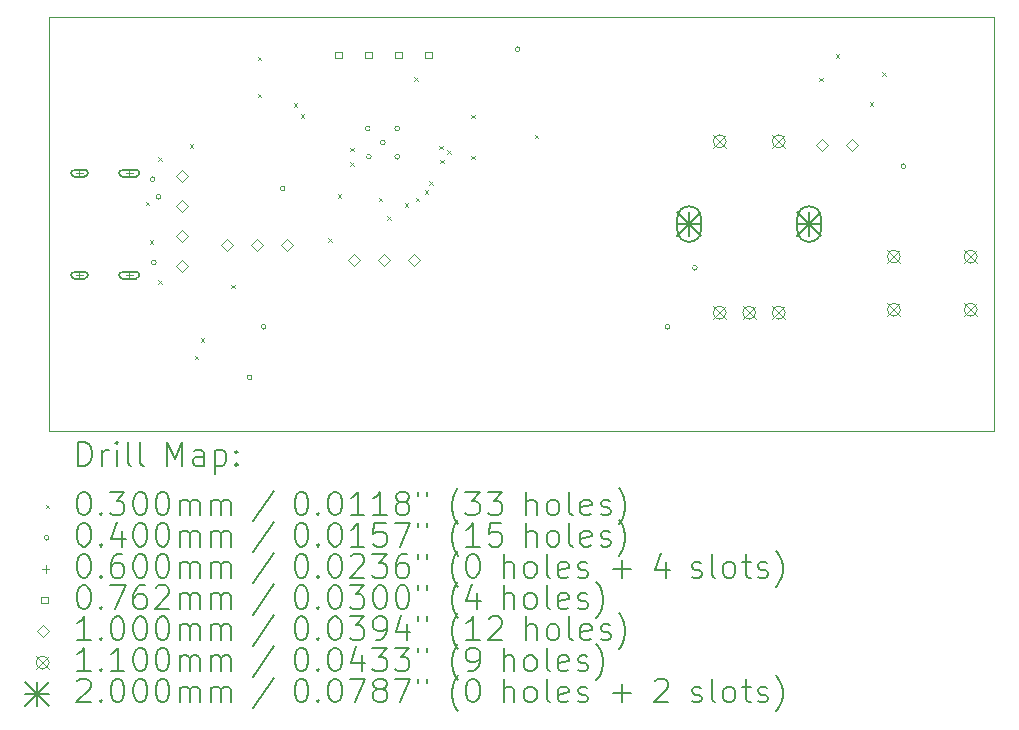
<source format=gbr>
%TF.GenerationSoftware,KiCad,Pcbnew,(7.0.0)*%
%TF.CreationDate,2023-03-04T20:15:21-06:00*%
%TF.ProjectId,V0_Display,56305f44-6973-4706-9c61-792e6b696361,rev?*%
%TF.SameCoordinates,Original*%
%TF.FileFunction,Drillmap*%
%TF.FilePolarity,Positive*%
%FSLAX45Y45*%
G04 Gerber Fmt 4.5, Leading zero omitted, Abs format (unit mm)*
G04 Created by KiCad (PCBNEW (7.0.0)) date 2023-03-04 20:15:21*
%MOMM*%
%LPD*%
G01*
G04 APERTURE LIST*
%ADD10C,0.050000*%
%ADD11C,0.200000*%
%ADD12C,0.030000*%
%ADD13C,0.040000*%
%ADD14C,0.060000*%
%ADD15C,0.076200*%
%ADD16C,0.100000*%
%ADD17C,0.110000*%
G04 APERTURE END LIST*
D10*
X8517000Y-8465000D02*
X8517000Y-4965000D01*
X16517000Y-8465000D02*
X8517000Y-8465000D01*
X8517000Y-4965000D02*
X16517000Y-4965000D01*
X16517000Y-4965000D02*
X16517000Y-8465000D01*
D11*
D12*
X9332200Y-6524800D02*
X9362200Y-6554800D01*
X9362200Y-6524800D02*
X9332200Y-6554800D01*
X9367000Y-6850000D02*
X9397000Y-6880000D01*
X9397000Y-6850000D02*
X9367000Y-6880000D01*
X9437000Y-6150000D02*
X9467000Y-6180000D01*
X9467000Y-6150000D02*
X9437000Y-6180000D01*
X9437000Y-7190000D02*
X9467000Y-7220000D01*
X9467000Y-7190000D02*
X9437000Y-7220000D01*
X9707000Y-6040000D02*
X9737000Y-6070000D01*
X9737000Y-6040000D02*
X9707000Y-6070000D01*
X9747000Y-7830000D02*
X9777000Y-7860000D01*
X9777000Y-7830000D02*
X9747000Y-7860000D01*
X9797000Y-7680000D02*
X9827000Y-7710000D01*
X9827000Y-7680000D02*
X9797000Y-7710000D01*
X10057000Y-7230000D02*
X10087000Y-7260000D01*
X10087000Y-7230000D02*
X10057000Y-7260000D01*
X10280000Y-5297000D02*
X10310000Y-5327000D01*
X10310000Y-5297000D02*
X10280000Y-5327000D01*
X10280000Y-5610000D02*
X10310000Y-5640000D01*
X10310000Y-5610000D02*
X10280000Y-5640000D01*
X10587000Y-5690000D02*
X10617000Y-5720000D01*
X10617000Y-5690000D02*
X10587000Y-5720000D01*
X10647000Y-5784950D02*
X10677000Y-5814950D01*
X10677000Y-5784950D02*
X10647000Y-5814950D01*
X10876858Y-6832858D02*
X10906858Y-6862858D01*
X10906858Y-6832858D02*
X10876858Y-6862858D01*
X10957000Y-6460000D02*
X10987000Y-6490000D01*
X10987000Y-6460000D02*
X10957000Y-6490000D01*
X11062135Y-6189943D02*
X11092135Y-6219943D01*
X11092135Y-6189943D02*
X11062135Y-6219943D01*
X11066600Y-6070400D02*
X11096600Y-6100400D01*
X11096600Y-6070400D02*
X11066600Y-6100400D01*
X11304400Y-6492600D02*
X11334400Y-6522600D01*
X11334400Y-6492600D02*
X11304400Y-6522600D01*
X11379000Y-6649200D02*
X11409000Y-6679200D01*
X11409000Y-6649200D02*
X11379000Y-6679200D01*
X11526325Y-6540675D02*
X11556325Y-6570675D01*
X11556325Y-6540675D02*
X11526325Y-6570675D01*
X11607000Y-5470000D02*
X11637000Y-5500000D01*
X11637000Y-5470000D02*
X11607000Y-5500000D01*
X11617000Y-6489950D02*
X11647000Y-6519950D01*
X11647000Y-6489950D02*
X11617000Y-6519950D01*
X11697000Y-6430000D02*
X11727000Y-6460000D01*
X11727000Y-6430000D02*
X11697000Y-6460000D01*
X11731150Y-6354150D02*
X11761150Y-6384150D01*
X11761150Y-6354150D02*
X11731150Y-6384150D01*
X11817000Y-6050350D02*
X11847000Y-6080350D01*
X11847000Y-6050350D02*
X11817000Y-6080350D01*
X11825818Y-6170300D02*
X11855818Y-6200300D01*
X11855818Y-6170300D02*
X11825818Y-6200300D01*
X11885768Y-6091129D02*
X11915768Y-6121129D01*
X11915768Y-6091129D02*
X11885768Y-6121129D01*
X12087000Y-5790000D02*
X12117000Y-5820000D01*
X12117000Y-5790000D02*
X12087000Y-5820000D01*
X12087000Y-6137500D02*
X12117000Y-6167500D01*
X12117000Y-6137500D02*
X12087000Y-6167500D01*
X12627000Y-5960000D02*
X12657000Y-5990000D01*
X12657000Y-5960000D02*
X12627000Y-5990000D01*
X15037000Y-5475000D02*
X15067000Y-5505000D01*
X15067000Y-5475000D02*
X15037000Y-5505000D01*
X15174200Y-5277600D02*
X15204200Y-5307600D01*
X15204200Y-5277600D02*
X15174200Y-5307600D01*
X15461600Y-5684000D02*
X15491600Y-5714000D01*
X15491600Y-5684000D02*
X15461600Y-5714000D01*
X15570850Y-5429150D02*
X15600850Y-5459150D01*
X15600850Y-5429150D02*
X15570850Y-5459150D01*
D13*
X9412000Y-6335000D02*
G75*
G03*
X9412000Y-6335000I-20000J0D01*
G01*
X9421800Y-7039750D02*
G75*
G03*
X9421800Y-7039750I-20000J0D01*
G01*
X9462000Y-6485000D02*
G75*
G03*
X9462000Y-6485000I-20000J0D01*
G01*
X10232000Y-8013000D02*
G75*
G03*
X10232000Y-8013000I-20000J0D01*
G01*
X10352000Y-7585000D02*
G75*
G03*
X10352000Y-7585000I-20000J0D01*
G01*
X10512000Y-6415000D02*
G75*
G03*
X10512000Y-6415000I-20000J0D01*
G01*
X11232000Y-5905000D02*
G75*
G03*
X11232000Y-5905000I-20000J0D01*
G01*
X11242000Y-6145000D02*
G75*
G03*
X11242000Y-6145000I-20000J0D01*
G01*
X11359400Y-6025400D02*
G75*
G03*
X11359400Y-6025400I-20000J0D01*
G01*
X11482000Y-5905000D02*
G75*
G03*
X11482000Y-5905000I-20000J0D01*
G01*
X11482000Y-6145000D02*
G75*
G03*
X11482000Y-6145000I-20000J0D01*
G01*
X12502000Y-5235000D02*
G75*
G03*
X12502000Y-5235000I-20000J0D01*
G01*
X13772000Y-7585000D02*
G75*
G03*
X13772000Y-7585000I-20000J0D01*
G01*
X14002000Y-7085000D02*
G75*
G03*
X14002000Y-7085000I-20000J0D01*
G01*
X15767000Y-6225000D02*
G75*
G03*
X15767000Y-6225000I-20000J0D01*
G01*
D14*
X8771900Y-6253000D02*
X8771900Y-6313000D01*
X8741900Y-6283000D02*
X8801900Y-6283000D01*
D11*
X8731900Y-6313000D02*
X8811900Y-6313000D01*
X8811900Y-6313000D02*
G75*
G03*
X8811900Y-6253000I0J30000D01*
G01*
X8811900Y-6253000D02*
X8731900Y-6253000D01*
X8731900Y-6253000D02*
G75*
G03*
X8731900Y-6313000I0J-30000D01*
G01*
D14*
X8771900Y-7117000D02*
X8771900Y-7177000D01*
X8741900Y-7147000D02*
X8801900Y-7147000D01*
D11*
X8731900Y-7177000D02*
X8811900Y-7177000D01*
X8811900Y-7177000D02*
G75*
G03*
X8811900Y-7117000I0J30000D01*
G01*
X8811900Y-7117000D02*
X8731900Y-7117000D01*
X8731900Y-7117000D02*
G75*
G03*
X8731900Y-7177000I0J-30000D01*
G01*
D14*
X9191900Y-6253000D02*
X9191900Y-6313000D01*
X9161900Y-6283000D02*
X9221900Y-6283000D01*
D11*
X9136900Y-6313000D02*
X9246900Y-6313000D01*
X9246900Y-6313000D02*
G75*
G03*
X9246900Y-6253000I0J30000D01*
G01*
X9246900Y-6253000D02*
X9136900Y-6253000D01*
X9136900Y-6253000D02*
G75*
G03*
X9136900Y-6313000I0J-30000D01*
G01*
D14*
X9191900Y-7117000D02*
X9191900Y-7177000D01*
X9161900Y-7147000D02*
X9221900Y-7147000D01*
D11*
X9136900Y-7177000D02*
X9246900Y-7177000D01*
X9246900Y-7177000D02*
G75*
G03*
X9246900Y-7117000I0J30000D01*
G01*
X9246900Y-7117000D02*
X9136900Y-7117000D01*
X9136900Y-7117000D02*
G75*
G03*
X9136900Y-7177000I0J-30000D01*
G01*
D15*
X10992941Y-5311941D02*
X10992941Y-5258059D01*
X10939059Y-5258059D01*
X10939059Y-5311941D01*
X10992941Y-5311941D01*
X11246941Y-5311941D02*
X11246941Y-5258059D01*
X11193059Y-5258059D01*
X11193059Y-5311941D01*
X11246941Y-5311941D01*
X11500941Y-5311941D02*
X11500941Y-5258059D01*
X11447059Y-5258059D01*
X11447059Y-5311941D01*
X11500941Y-5311941D01*
X11754941Y-5311941D02*
X11754941Y-5258059D01*
X11701059Y-5258059D01*
X11701059Y-5311941D01*
X11754941Y-5311941D01*
D16*
X9641400Y-6358600D02*
X9691400Y-6308600D01*
X9641400Y-6258600D01*
X9591400Y-6308600D01*
X9641400Y-6358600D01*
X9641400Y-6612600D02*
X9691400Y-6562600D01*
X9641400Y-6512600D01*
X9591400Y-6562600D01*
X9641400Y-6612600D01*
X9641400Y-6866600D02*
X9691400Y-6816600D01*
X9641400Y-6766600D01*
X9591400Y-6816600D01*
X9641400Y-6866600D01*
X9641400Y-7120600D02*
X9691400Y-7070600D01*
X9641400Y-7020600D01*
X9591400Y-7070600D01*
X9641400Y-7120600D01*
X10022400Y-6942800D02*
X10072400Y-6892800D01*
X10022400Y-6842800D01*
X9972400Y-6892800D01*
X10022400Y-6942800D01*
X10276400Y-6942800D02*
X10326400Y-6892800D01*
X10276400Y-6842800D01*
X10226400Y-6892800D01*
X10276400Y-6942800D01*
X10530400Y-6942800D02*
X10580400Y-6892800D01*
X10530400Y-6842800D01*
X10480400Y-6892800D01*
X10530400Y-6942800D01*
X11095400Y-7069800D02*
X11145400Y-7019800D01*
X11095400Y-6969800D01*
X11045400Y-7019800D01*
X11095400Y-7069800D01*
X11349400Y-7069800D02*
X11399400Y-7019800D01*
X11349400Y-6969800D01*
X11299400Y-7019800D01*
X11349400Y-7069800D01*
X11603400Y-7069800D02*
X11653400Y-7019800D01*
X11603400Y-6969800D01*
X11553400Y-7019800D01*
X11603400Y-7069800D01*
X15057500Y-6094500D02*
X15107500Y-6044500D01*
X15057500Y-5994500D01*
X15007500Y-6044500D01*
X15057500Y-6094500D01*
X15311500Y-6094500D02*
X15361500Y-6044500D01*
X15311500Y-5994500D01*
X15261500Y-6044500D01*
X15311500Y-6094500D01*
D17*
X14137000Y-5960000D02*
X14247000Y-6070000D01*
X14247000Y-5960000D02*
X14137000Y-6070000D01*
X14247000Y-6015000D02*
G75*
G03*
X14247000Y-6015000I-55000J0D01*
G01*
X14137000Y-7410000D02*
X14247000Y-7520000D01*
X14247000Y-7410000D02*
X14137000Y-7520000D01*
X14247000Y-7465000D02*
G75*
G03*
X14247000Y-7465000I-55000J0D01*
G01*
X14387000Y-7410000D02*
X14497000Y-7520000D01*
X14497000Y-7410000D02*
X14387000Y-7520000D01*
X14497000Y-7465000D02*
G75*
G03*
X14497000Y-7465000I-55000J0D01*
G01*
X14637000Y-5960000D02*
X14747000Y-6070000D01*
X14747000Y-5960000D02*
X14637000Y-6070000D01*
X14747000Y-6015000D02*
G75*
G03*
X14747000Y-6015000I-55000J0D01*
G01*
X14637000Y-7410000D02*
X14747000Y-7520000D01*
X14747000Y-7410000D02*
X14637000Y-7520000D01*
X14747000Y-7465000D02*
G75*
G03*
X14747000Y-7465000I-55000J0D01*
G01*
X15612000Y-6935000D02*
X15722000Y-7045000D01*
X15722000Y-6935000D02*
X15612000Y-7045000D01*
X15722000Y-6990000D02*
G75*
G03*
X15722000Y-6990000I-55000J0D01*
G01*
X15612000Y-7385000D02*
X15722000Y-7495000D01*
X15722000Y-7385000D02*
X15612000Y-7495000D01*
X15722000Y-7440000D02*
G75*
G03*
X15722000Y-7440000I-55000J0D01*
G01*
X16262000Y-6935000D02*
X16372000Y-7045000D01*
X16372000Y-6935000D02*
X16262000Y-7045000D01*
X16372000Y-6990000D02*
G75*
G03*
X16372000Y-6990000I-55000J0D01*
G01*
X16262000Y-7385000D02*
X16372000Y-7495000D01*
X16372000Y-7385000D02*
X16262000Y-7495000D01*
X16372000Y-7440000D02*
G75*
G03*
X16372000Y-7440000I-55000J0D01*
G01*
D11*
X13834000Y-6615000D02*
X14034000Y-6815000D01*
X14034000Y-6615000D02*
X13834000Y-6815000D01*
X13934000Y-6615000D02*
X13934000Y-6815000D01*
X13834000Y-6715000D02*
X14034000Y-6715000D01*
X13834000Y-6665000D02*
X13834000Y-6765000D01*
X13834000Y-6765000D02*
G75*
G03*
X14034000Y-6765000I100000J0D01*
G01*
X14034000Y-6765000D02*
X14034000Y-6665000D01*
X14034000Y-6665000D02*
G75*
G03*
X13834000Y-6665000I-100000J0D01*
G01*
X14850000Y-6615000D02*
X15050000Y-6815000D01*
X15050000Y-6615000D02*
X14850000Y-6815000D01*
X14950000Y-6615000D02*
X14950000Y-6815000D01*
X14850000Y-6715000D02*
X15050000Y-6715000D01*
X15050000Y-6765000D02*
X15050000Y-6665000D01*
X15050000Y-6665000D02*
G75*
G03*
X14850000Y-6665000I-100000J0D01*
G01*
X14850000Y-6665000D02*
X14850000Y-6765000D01*
X14850000Y-6765000D02*
G75*
G03*
X15050000Y-6765000I100000J0D01*
G01*
X8762119Y-8760976D02*
X8762119Y-8560976D01*
X8762119Y-8560976D02*
X8809738Y-8560976D01*
X8809738Y-8560976D02*
X8838310Y-8570500D01*
X8838310Y-8570500D02*
X8857357Y-8589548D01*
X8857357Y-8589548D02*
X8866881Y-8608595D01*
X8866881Y-8608595D02*
X8876405Y-8646690D01*
X8876405Y-8646690D02*
X8876405Y-8675262D01*
X8876405Y-8675262D02*
X8866881Y-8713357D01*
X8866881Y-8713357D02*
X8857357Y-8732405D01*
X8857357Y-8732405D02*
X8838310Y-8751452D01*
X8838310Y-8751452D02*
X8809738Y-8760976D01*
X8809738Y-8760976D02*
X8762119Y-8760976D01*
X8962119Y-8760976D02*
X8962119Y-8627643D01*
X8962119Y-8665738D02*
X8971643Y-8646690D01*
X8971643Y-8646690D02*
X8981167Y-8637167D01*
X8981167Y-8637167D02*
X9000214Y-8627643D01*
X9000214Y-8627643D02*
X9019262Y-8627643D01*
X9085929Y-8760976D02*
X9085929Y-8627643D01*
X9085929Y-8560976D02*
X9076405Y-8570500D01*
X9076405Y-8570500D02*
X9085929Y-8580024D01*
X9085929Y-8580024D02*
X9095452Y-8570500D01*
X9095452Y-8570500D02*
X9085929Y-8560976D01*
X9085929Y-8560976D02*
X9085929Y-8580024D01*
X9209738Y-8760976D02*
X9190690Y-8751452D01*
X9190690Y-8751452D02*
X9181167Y-8732405D01*
X9181167Y-8732405D02*
X9181167Y-8560976D01*
X9314500Y-8760976D02*
X9295452Y-8751452D01*
X9295452Y-8751452D02*
X9285929Y-8732405D01*
X9285929Y-8732405D02*
X9285929Y-8560976D01*
X9510690Y-8760976D02*
X9510690Y-8560976D01*
X9510690Y-8560976D02*
X9577357Y-8703833D01*
X9577357Y-8703833D02*
X9644024Y-8560976D01*
X9644024Y-8560976D02*
X9644024Y-8760976D01*
X9824976Y-8760976D02*
X9824976Y-8656214D01*
X9824976Y-8656214D02*
X9815452Y-8637167D01*
X9815452Y-8637167D02*
X9796405Y-8627643D01*
X9796405Y-8627643D02*
X9758309Y-8627643D01*
X9758309Y-8627643D02*
X9739262Y-8637167D01*
X9824976Y-8751452D02*
X9805929Y-8760976D01*
X9805929Y-8760976D02*
X9758309Y-8760976D01*
X9758309Y-8760976D02*
X9739262Y-8751452D01*
X9739262Y-8751452D02*
X9729738Y-8732405D01*
X9729738Y-8732405D02*
X9729738Y-8713357D01*
X9729738Y-8713357D02*
X9739262Y-8694310D01*
X9739262Y-8694310D02*
X9758309Y-8684786D01*
X9758309Y-8684786D02*
X9805929Y-8684786D01*
X9805929Y-8684786D02*
X9824976Y-8675262D01*
X9920214Y-8627643D02*
X9920214Y-8827643D01*
X9920214Y-8637167D02*
X9939262Y-8627643D01*
X9939262Y-8627643D02*
X9977357Y-8627643D01*
X9977357Y-8627643D02*
X9996405Y-8637167D01*
X9996405Y-8637167D02*
X10005929Y-8646690D01*
X10005929Y-8646690D02*
X10015452Y-8665738D01*
X10015452Y-8665738D02*
X10015452Y-8722881D01*
X10015452Y-8722881D02*
X10005929Y-8741929D01*
X10005929Y-8741929D02*
X9996405Y-8751452D01*
X9996405Y-8751452D02*
X9977357Y-8760976D01*
X9977357Y-8760976D02*
X9939262Y-8760976D01*
X9939262Y-8760976D02*
X9920214Y-8751452D01*
X10101167Y-8741929D02*
X10110690Y-8751452D01*
X10110690Y-8751452D02*
X10101167Y-8760976D01*
X10101167Y-8760976D02*
X10091643Y-8751452D01*
X10091643Y-8751452D02*
X10101167Y-8741929D01*
X10101167Y-8741929D02*
X10101167Y-8760976D01*
X10101167Y-8637167D02*
X10110690Y-8646690D01*
X10110690Y-8646690D02*
X10101167Y-8656214D01*
X10101167Y-8656214D02*
X10091643Y-8646690D01*
X10091643Y-8646690D02*
X10101167Y-8637167D01*
X10101167Y-8637167D02*
X10101167Y-8656214D01*
D12*
X8484500Y-9092500D02*
X8514500Y-9122500D01*
X8514500Y-9092500D02*
X8484500Y-9122500D01*
D11*
X8800214Y-8980976D02*
X8819262Y-8980976D01*
X8819262Y-8980976D02*
X8838310Y-8990500D01*
X8838310Y-8990500D02*
X8847833Y-9000024D01*
X8847833Y-9000024D02*
X8857357Y-9019071D01*
X8857357Y-9019071D02*
X8866881Y-9057167D01*
X8866881Y-9057167D02*
X8866881Y-9104786D01*
X8866881Y-9104786D02*
X8857357Y-9142881D01*
X8857357Y-9142881D02*
X8847833Y-9161929D01*
X8847833Y-9161929D02*
X8838310Y-9171452D01*
X8838310Y-9171452D02*
X8819262Y-9180976D01*
X8819262Y-9180976D02*
X8800214Y-9180976D01*
X8800214Y-9180976D02*
X8781167Y-9171452D01*
X8781167Y-9171452D02*
X8771643Y-9161929D01*
X8771643Y-9161929D02*
X8762119Y-9142881D01*
X8762119Y-9142881D02*
X8752595Y-9104786D01*
X8752595Y-9104786D02*
X8752595Y-9057167D01*
X8752595Y-9057167D02*
X8762119Y-9019071D01*
X8762119Y-9019071D02*
X8771643Y-9000024D01*
X8771643Y-9000024D02*
X8781167Y-8990500D01*
X8781167Y-8990500D02*
X8800214Y-8980976D01*
X8952595Y-9161929D02*
X8962119Y-9171452D01*
X8962119Y-9171452D02*
X8952595Y-9180976D01*
X8952595Y-9180976D02*
X8943071Y-9171452D01*
X8943071Y-9171452D02*
X8952595Y-9161929D01*
X8952595Y-9161929D02*
X8952595Y-9180976D01*
X9028786Y-8980976D02*
X9152595Y-8980976D01*
X9152595Y-8980976D02*
X9085929Y-9057167D01*
X9085929Y-9057167D02*
X9114500Y-9057167D01*
X9114500Y-9057167D02*
X9133548Y-9066690D01*
X9133548Y-9066690D02*
X9143071Y-9076214D01*
X9143071Y-9076214D02*
X9152595Y-9095262D01*
X9152595Y-9095262D02*
X9152595Y-9142881D01*
X9152595Y-9142881D02*
X9143071Y-9161929D01*
X9143071Y-9161929D02*
X9133548Y-9171452D01*
X9133548Y-9171452D02*
X9114500Y-9180976D01*
X9114500Y-9180976D02*
X9057357Y-9180976D01*
X9057357Y-9180976D02*
X9038310Y-9171452D01*
X9038310Y-9171452D02*
X9028786Y-9161929D01*
X9276405Y-8980976D02*
X9295452Y-8980976D01*
X9295452Y-8980976D02*
X9314500Y-8990500D01*
X9314500Y-8990500D02*
X9324024Y-9000024D01*
X9324024Y-9000024D02*
X9333548Y-9019071D01*
X9333548Y-9019071D02*
X9343071Y-9057167D01*
X9343071Y-9057167D02*
X9343071Y-9104786D01*
X9343071Y-9104786D02*
X9333548Y-9142881D01*
X9333548Y-9142881D02*
X9324024Y-9161929D01*
X9324024Y-9161929D02*
X9314500Y-9171452D01*
X9314500Y-9171452D02*
X9295452Y-9180976D01*
X9295452Y-9180976D02*
X9276405Y-9180976D01*
X9276405Y-9180976D02*
X9257357Y-9171452D01*
X9257357Y-9171452D02*
X9247833Y-9161929D01*
X9247833Y-9161929D02*
X9238310Y-9142881D01*
X9238310Y-9142881D02*
X9228786Y-9104786D01*
X9228786Y-9104786D02*
X9228786Y-9057167D01*
X9228786Y-9057167D02*
X9238310Y-9019071D01*
X9238310Y-9019071D02*
X9247833Y-9000024D01*
X9247833Y-9000024D02*
X9257357Y-8990500D01*
X9257357Y-8990500D02*
X9276405Y-8980976D01*
X9466881Y-8980976D02*
X9485929Y-8980976D01*
X9485929Y-8980976D02*
X9504976Y-8990500D01*
X9504976Y-8990500D02*
X9514500Y-9000024D01*
X9514500Y-9000024D02*
X9524024Y-9019071D01*
X9524024Y-9019071D02*
X9533548Y-9057167D01*
X9533548Y-9057167D02*
X9533548Y-9104786D01*
X9533548Y-9104786D02*
X9524024Y-9142881D01*
X9524024Y-9142881D02*
X9514500Y-9161929D01*
X9514500Y-9161929D02*
X9504976Y-9171452D01*
X9504976Y-9171452D02*
X9485929Y-9180976D01*
X9485929Y-9180976D02*
X9466881Y-9180976D01*
X9466881Y-9180976D02*
X9447833Y-9171452D01*
X9447833Y-9171452D02*
X9438310Y-9161929D01*
X9438310Y-9161929D02*
X9428786Y-9142881D01*
X9428786Y-9142881D02*
X9419262Y-9104786D01*
X9419262Y-9104786D02*
X9419262Y-9057167D01*
X9419262Y-9057167D02*
X9428786Y-9019071D01*
X9428786Y-9019071D02*
X9438310Y-9000024D01*
X9438310Y-9000024D02*
X9447833Y-8990500D01*
X9447833Y-8990500D02*
X9466881Y-8980976D01*
X9619262Y-9180976D02*
X9619262Y-9047643D01*
X9619262Y-9066690D02*
X9628786Y-9057167D01*
X9628786Y-9057167D02*
X9647833Y-9047643D01*
X9647833Y-9047643D02*
X9676405Y-9047643D01*
X9676405Y-9047643D02*
X9695452Y-9057167D01*
X9695452Y-9057167D02*
X9704976Y-9076214D01*
X9704976Y-9076214D02*
X9704976Y-9180976D01*
X9704976Y-9076214D02*
X9714500Y-9057167D01*
X9714500Y-9057167D02*
X9733548Y-9047643D01*
X9733548Y-9047643D02*
X9762119Y-9047643D01*
X9762119Y-9047643D02*
X9781167Y-9057167D01*
X9781167Y-9057167D02*
X9790691Y-9076214D01*
X9790691Y-9076214D02*
X9790691Y-9180976D01*
X9885929Y-9180976D02*
X9885929Y-9047643D01*
X9885929Y-9066690D02*
X9895452Y-9057167D01*
X9895452Y-9057167D02*
X9914500Y-9047643D01*
X9914500Y-9047643D02*
X9943072Y-9047643D01*
X9943072Y-9047643D02*
X9962119Y-9057167D01*
X9962119Y-9057167D02*
X9971643Y-9076214D01*
X9971643Y-9076214D02*
X9971643Y-9180976D01*
X9971643Y-9076214D02*
X9981167Y-9057167D01*
X9981167Y-9057167D02*
X10000214Y-9047643D01*
X10000214Y-9047643D02*
X10028786Y-9047643D01*
X10028786Y-9047643D02*
X10047833Y-9057167D01*
X10047833Y-9057167D02*
X10057357Y-9076214D01*
X10057357Y-9076214D02*
X10057357Y-9180976D01*
X10415452Y-8971452D02*
X10244024Y-9228595D01*
X10640214Y-8980976D02*
X10659262Y-8980976D01*
X10659262Y-8980976D02*
X10678310Y-8990500D01*
X10678310Y-8990500D02*
X10687833Y-9000024D01*
X10687833Y-9000024D02*
X10697357Y-9019071D01*
X10697357Y-9019071D02*
X10706881Y-9057167D01*
X10706881Y-9057167D02*
X10706881Y-9104786D01*
X10706881Y-9104786D02*
X10697357Y-9142881D01*
X10697357Y-9142881D02*
X10687833Y-9161929D01*
X10687833Y-9161929D02*
X10678310Y-9171452D01*
X10678310Y-9171452D02*
X10659262Y-9180976D01*
X10659262Y-9180976D02*
X10640214Y-9180976D01*
X10640214Y-9180976D02*
X10621167Y-9171452D01*
X10621167Y-9171452D02*
X10611643Y-9161929D01*
X10611643Y-9161929D02*
X10602119Y-9142881D01*
X10602119Y-9142881D02*
X10592595Y-9104786D01*
X10592595Y-9104786D02*
X10592595Y-9057167D01*
X10592595Y-9057167D02*
X10602119Y-9019071D01*
X10602119Y-9019071D02*
X10611643Y-9000024D01*
X10611643Y-9000024D02*
X10621167Y-8990500D01*
X10621167Y-8990500D02*
X10640214Y-8980976D01*
X10792595Y-9161929D02*
X10802119Y-9171452D01*
X10802119Y-9171452D02*
X10792595Y-9180976D01*
X10792595Y-9180976D02*
X10783072Y-9171452D01*
X10783072Y-9171452D02*
X10792595Y-9161929D01*
X10792595Y-9161929D02*
X10792595Y-9180976D01*
X10925929Y-8980976D02*
X10944976Y-8980976D01*
X10944976Y-8980976D02*
X10964024Y-8990500D01*
X10964024Y-8990500D02*
X10973548Y-9000024D01*
X10973548Y-9000024D02*
X10983072Y-9019071D01*
X10983072Y-9019071D02*
X10992595Y-9057167D01*
X10992595Y-9057167D02*
X10992595Y-9104786D01*
X10992595Y-9104786D02*
X10983072Y-9142881D01*
X10983072Y-9142881D02*
X10973548Y-9161929D01*
X10973548Y-9161929D02*
X10964024Y-9171452D01*
X10964024Y-9171452D02*
X10944976Y-9180976D01*
X10944976Y-9180976D02*
X10925929Y-9180976D01*
X10925929Y-9180976D02*
X10906881Y-9171452D01*
X10906881Y-9171452D02*
X10897357Y-9161929D01*
X10897357Y-9161929D02*
X10887833Y-9142881D01*
X10887833Y-9142881D02*
X10878310Y-9104786D01*
X10878310Y-9104786D02*
X10878310Y-9057167D01*
X10878310Y-9057167D02*
X10887833Y-9019071D01*
X10887833Y-9019071D02*
X10897357Y-9000024D01*
X10897357Y-9000024D02*
X10906881Y-8990500D01*
X10906881Y-8990500D02*
X10925929Y-8980976D01*
X11183072Y-9180976D02*
X11068786Y-9180976D01*
X11125929Y-9180976D02*
X11125929Y-8980976D01*
X11125929Y-8980976D02*
X11106881Y-9009548D01*
X11106881Y-9009548D02*
X11087833Y-9028595D01*
X11087833Y-9028595D02*
X11068786Y-9038119D01*
X11373548Y-9180976D02*
X11259262Y-9180976D01*
X11316405Y-9180976D02*
X11316405Y-8980976D01*
X11316405Y-8980976D02*
X11297357Y-9009548D01*
X11297357Y-9009548D02*
X11278310Y-9028595D01*
X11278310Y-9028595D02*
X11259262Y-9038119D01*
X11487833Y-9066690D02*
X11468786Y-9057167D01*
X11468786Y-9057167D02*
X11459262Y-9047643D01*
X11459262Y-9047643D02*
X11449738Y-9028595D01*
X11449738Y-9028595D02*
X11449738Y-9019071D01*
X11449738Y-9019071D02*
X11459262Y-9000024D01*
X11459262Y-9000024D02*
X11468786Y-8990500D01*
X11468786Y-8990500D02*
X11487833Y-8980976D01*
X11487833Y-8980976D02*
X11525929Y-8980976D01*
X11525929Y-8980976D02*
X11544976Y-8990500D01*
X11544976Y-8990500D02*
X11554500Y-9000024D01*
X11554500Y-9000024D02*
X11564024Y-9019071D01*
X11564024Y-9019071D02*
X11564024Y-9028595D01*
X11564024Y-9028595D02*
X11554500Y-9047643D01*
X11554500Y-9047643D02*
X11544976Y-9057167D01*
X11544976Y-9057167D02*
X11525929Y-9066690D01*
X11525929Y-9066690D02*
X11487833Y-9066690D01*
X11487833Y-9066690D02*
X11468786Y-9076214D01*
X11468786Y-9076214D02*
X11459262Y-9085738D01*
X11459262Y-9085738D02*
X11449738Y-9104786D01*
X11449738Y-9104786D02*
X11449738Y-9142881D01*
X11449738Y-9142881D02*
X11459262Y-9161929D01*
X11459262Y-9161929D02*
X11468786Y-9171452D01*
X11468786Y-9171452D02*
X11487833Y-9180976D01*
X11487833Y-9180976D02*
X11525929Y-9180976D01*
X11525929Y-9180976D02*
X11544976Y-9171452D01*
X11544976Y-9171452D02*
X11554500Y-9161929D01*
X11554500Y-9161929D02*
X11564024Y-9142881D01*
X11564024Y-9142881D02*
X11564024Y-9104786D01*
X11564024Y-9104786D02*
X11554500Y-9085738D01*
X11554500Y-9085738D02*
X11544976Y-9076214D01*
X11544976Y-9076214D02*
X11525929Y-9066690D01*
X11640214Y-8980976D02*
X11640214Y-9019071D01*
X11716405Y-8980976D02*
X11716405Y-9019071D01*
X11979262Y-9257167D02*
X11969738Y-9247643D01*
X11969738Y-9247643D02*
X11950691Y-9219071D01*
X11950691Y-9219071D02*
X11941167Y-9200024D01*
X11941167Y-9200024D02*
X11931643Y-9171452D01*
X11931643Y-9171452D02*
X11922119Y-9123833D01*
X11922119Y-9123833D02*
X11922119Y-9085738D01*
X11922119Y-9085738D02*
X11931643Y-9038119D01*
X11931643Y-9038119D02*
X11941167Y-9009548D01*
X11941167Y-9009548D02*
X11950691Y-8990500D01*
X11950691Y-8990500D02*
X11969738Y-8961929D01*
X11969738Y-8961929D02*
X11979262Y-8952405D01*
X12036405Y-8980976D02*
X12160214Y-8980976D01*
X12160214Y-8980976D02*
X12093548Y-9057167D01*
X12093548Y-9057167D02*
X12122119Y-9057167D01*
X12122119Y-9057167D02*
X12141167Y-9066690D01*
X12141167Y-9066690D02*
X12150691Y-9076214D01*
X12150691Y-9076214D02*
X12160214Y-9095262D01*
X12160214Y-9095262D02*
X12160214Y-9142881D01*
X12160214Y-9142881D02*
X12150691Y-9161929D01*
X12150691Y-9161929D02*
X12141167Y-9171452D01*
X12141167Y-9171452D02*
X12122119Y-9180976D01*
X12122119Y-9180976D02*
X12064976Y-9180976D01*
X12064976Y-9180976D02*
X12045929Y-9171452D01*
X12045929Y-9171452D02*
X12036405Y-9161929D01*
X12226881Y-8980976D02*
X12350691Y-8980976D01*
X12350691Y-8980976D02*
X12284024Y-9057167D01*
X12284024Y-9057167D02*
X12312595Y-9057167D01*
X12312595Y-9057167D02*
X12331643Y-9066690D01*
X12331643Y-9066690D02*
X12341167Y-9076214D01*
X12341167Y-9076214D02*
X12350691Y-9095262D01*
X12350691Y-9095262D02*
X12350691Y-9142881D01*
X12350691Y-9142881D02*
X12341167Y-9161929D01*
X12341167Y-9161929D02*
X12331643Y-9171452D01*
X12331643Y-9171452D02*
X12312595Y-9180976D01*
X12312595Y-9180976D02*
X12255452Y-9180976D01*
X12255452Y-9180976D02*
X12236405Y-9171452D01*
X12236405Y-9171452D02*
X12226881Y-9161929D01*
X12556405Y-9180976D02*
X12556405Y-8980976D01*
X12642119Y-9180976D02*
X12642119Y-9076214D01*
X12642119Y-9076214D02*
X12632595Y-9057167D01*
X12632595Y-9057167D02*
X12613548Y-9047643D01*
X12613548Y-9047643D02*
X12584976Y-9047643D01*
X12584976Y-9047643D02*
X12565929Y-9057167D01*
X12565929Y-9057167D02*
X12556405Y-9066690D01*
X12765929Y-9180976D02*
X12746881Y-9171452D01*
X12746881Y-9171452D02*
X12737357Y-9161929D01*
X12737357Y-9161929D02*
X12727833Y-9142881D01*
X12727833Y-9142881D02*
X12727833Y-9085738D01*
X12727833Y-9085738D02*
X12737357Y-9066690D01*
X12737357Y-9066690D02*
X12746881Y-9057167D01*
X12746881Y-9057167D02*
X12765929Y-9047643D01*
X12765929Y-9047643D02*
X12794500Y-9047643D01*
X12794500Y-9047643D02*
X12813548Y-9057167D01*
X12813548Y-9057167D02*
X12823072Y-9066690D01*
X12823072Y-9066690D02*
X12832595Y-9085738D01*
X12832595Y-9085738D02*
X12832595Y-9142881D01*
X12832595Y-9142881D02*
X12823072Y-9161929D01*
X12823072Y-9161929D02*
X12813548Y-9171452D01*
X12813548Y-9171452D02*
X12794500Y-9180976D01*
X12794500Y-9180976D02*
X12765929Y-9180976D01*
X12946881Y-9180976D02*
X12927833Y-9171452D01*
X12927833Y-9171452D02*
X12918310Y-9152405D01*
X12918310Y-9152405D02*
X12918310Y-8980976D01*
X13099262Y-9171452D02*
X13080214Y-9180976D01*
X13080214Y-9180976D02*
X13042119Y-9180976D01*
X13042119Y-9180976D02*
X13023072Y-9171452D01*
X13023072Y-9171452D02*
X13013548Y-9152405D01*
X13013548Y-9152405D02*
X13013548Y-9076214D01*
X13013548Y-9076214D02*
X13023072Y-9057167D01*
X13023072Y-9057167D02*
X13042119Y-9047643D01*
X13042119Y-9047643D02*
X13080214Y-9047643D01*
X13080214Y-9047643D02*
X13099262Y-9057167D01*
X13099262Y-9057167D02*
X13108786Y-9076214D01*
X13108786Y-9076214D02*
X13108786Y-9095262D01*
X13108786Y-9095262D02*
X13013548Y-9114310D01*
X13184976Y-9171452D02*
X13204024Y-9180976D01*
X13204024Y-9180976D02*
X13242119Y-9180976D01*
X13242119Y-9180976D02*
X13261167Y-9171452D01*
X13261167Y-9171452D02*
X13270691Y-9152405D01*
X13270691Y-9152405D02*
X13270691Y-9142881D01*
X13270691Y-9142881D02*
X13261167Y-9123833D01*
X13261167Y-9123833D02*
X13242119Y-9114310D01*
X13242119Y-9114310D02*
X13213548Y-9114310D01*
X13213548Y-9114310D02*
X13194500Y-9104786D01*
X13194500Y-9104786D02*
X13184976Y-9085738D01*
X13184976Y-9085738D02*
X13184976Y-9076214D01*
X13184976Y-9076214D02*
X13194500Y-9057167D01*
X13194500Y-9057167D02*
X13213548Y-9047643D01*
X13213548Y-9047643D02*
X13242119Y-9047643D01*
X13242119Y-9047643D02*
X13261167Y-9057167D01*
X13337357Y-9257167D02*
X13346881Y-9247643D01*
X13346881Y-9247643D02*
X13365929Y-9219071D01*
X13365929Y-9219071D02*
X13375453Y-9200024D01*
X13375453Y-9200024D02*
X13384976Y-9171452D01*
X13384976Y-9171452D02*
X13394500Y-9123833D01*
X13394500Y-9123833D02*
X13394500Y-9085738D01*
X13394500Y-9085738D02*
X13384976Y-9038119D01*
X13384976Y-9038119D02*
X13375453Y-9009548D01*
X13375453Y-9009548D02*
X13365929Y-8990500D01*
X13365929Y-8990500D02*
X13346881Y-8961929D01*
X13346881Y-8961929D02*
X13337357Y-8952405D01*
D13*
X8514500Y-9371500D02*
G75*
G03*
X8514500Y-9371500I-20000J0D01*
G01*
D11*
X8800214Y-9244976D02*
X8819262Y-9244976D01*
X8819262Y-9244976D02*
X8838310Y-9254500D01*
X8838310Y-9254500D02*
X8847833Y-9264024D01*
X8847833Y-9264024D02*
X8857357Y-9283071D01*
X8857357Y-9283071D02*
X8866881Y-9321167D01*
X8866881Y-9321167D02*
X8866881Y-9368786D01*
X8866881Y-9368786D02*
X8857357Y-9406881D01*
X8857357Y-9406881D02*
X8847833Y-9425929D01*
X8847833Y-9425929D02*
X8838310Y-9435452D01*
X8838310Y-9435452D02*
X8819262Y-9444976D01*
X8819262Y-9444976D02*
X8800214Y-9444976D01*
X8800214Y-9444976D02*
X8781167Y-9435452D01*
X8781167Y-9435452D02*
X8771643Y-9425929D01*
X8771643Y-9425929D02*
X8762119Y-9406881D01*
X8762119Y-9406881D02*
X8752595Y-9368786D01*
X8752595Y-9368786D02*
X8752595Y-9321167D01*
X8752595Y-9321167D02*
X8762119Y-9283071D01*
X8762119Y-9283071D02*
X8771643Y-9264024D01*
X8771643Y-9264024D02*
X8781167Y-9254500D01*
X8781167Y-9254500D02*
X8800214Y-9244976D01*
X8952595Y-9425929D02*
X8962119Y-9435452D01*
X8962119Y-9435452D02*
X8952595Y-9444976D01*
X8952595Y-9444976D02*
X8943071Y-9435452D01*
X8943071Y-9435452D02*
X8952595Y-9425929D01*
X8952595Y-9425929D02*
X8952595Y-9444976D01*
X9133548Y-9311643D02*
X9133548Y-9444976D01*
X9085929Y-9235452D02*
X9038310Y-9378310D01*
X9038310Y-9378310D02*
X9162119Y-9378310D01*
X9276405Y-9244976D02*
X9295452Y-9244976D01*
X9295452Y-9244976D02*
X9314500Y-9254500D01*
X9314500Y-9254500D02*
X9324024Y-9264024D01*
X9324024Y-9264024D02*
X9333548Y-9283071D01*
X9333548Y-9283071D02*
X9343071Y-9321167D01*
X9343071Y-9321167D02*
X9343071Y-9368786D01*
X9343071Y-9368786D02*
X9333548Y-9406881D01*
X9333548Y-9406881D02*
X9324024Y-9425929D01*
X9324024Y-9425929D02*
X9314500Y-9435452D01*
X9314500Y-9435452D02*
X9295452Y-9444976D01*
X9295452Y-9444976D02*
X9276405Y-9444976D01*
X9276405Y-9444976D02*
X9257357Y-9435452D01*
X9257357Y-9435452D02*
X9247833Y-9425929D01*
X9247833Y-9425929D02*
X9238310Y-9406881D01*
X9238310Y-9406881D02*
X9228786Y-9368786D01*
X9228786Y-9368786D02*
X9228786Y-9321167D01*
X9228786Y-9321167D02*
X9238310Y-9283071D01*
X9238310Y-9283071D02*
X9247833Y-9264024D01*
X9247833Y-9264024D02*
X9257357Y-9254500D01*
X9257357Y-9254500D02*
X9276405Y-9244976D01*
X9466881Y-9244976D02*
X9485929Y-9244976D01*
X9485929Y-9244976D02*
X9504976Y-9254500D01*
X9504976Y-9254500D02*
X9514500Y-9264024D01*
X9514500Y-9264024D02*
X9524024Y-9283071D01*
X9524024Y-9283071D02*
X9533548Y-9321167D01*
X9533548Y-9321167D02*
X9533548Y-9368786D01*
X9533548Y-9368786D02*
X9524024Y-9406881D01*
X9524024Y-9406881D02*
X9514500Y-9425929D01*
X9514500Y-9425929D02*
X9504976Y-9435452D01*
X9504976Y-9435452D02*
X9485929Y-9444976D01*
X9485929Y-9444976D02*
X9466881Y-9444976D01*
X9466881Y-9444976D02*
X9447833Y-9435452D01*
X9447833Y-9435452D02*
X9438310Y-9425929D01*
X9438310Y-9425929D02*
X9428786Y-9406881D01*
X9428786Y-9406881D02*
X9419262Y-9368786D01*
X9419262Y-9368786D02*
X9419262Y-9321167D01*
X9419262Y-9321167D02*
X9428786Y-9283071D01*
X9428786Y-9283071D02*
X9438310Y-9264024D01*
X9438310Y-9264024D02*
X9447833Y-9254500D01*
X9447833Y-9254500D02*
X9466881Y-9244976D01*
X9619262Y-9444976D02*
X9619262Y-9311643D01*
X9619262Y-9330690D02*
X9628786Y-9321167D01*
X9628786Y-9321167D02*
X9647833Y-9311643D01*
X9647833Y-9311643D02*
X9676405Y-9311643D01*
X9676405Y-9311643D02*
X9695452Y-9321167D01*
X9695452Y-9321167D02*
X9704976Y-9340214D01*
X9704976Y-9340214D02*
X9704976Y-9444976D01*
X9704976Y-9340214D02*
X9714500Y-9321167D01*
X9714500Y-9321167D02*
X9733548Y-9311643D01*
X9733548Y-9311643D02*
X9762119Y-9311643D01*
X9762119Y-9311643D02*
X9781167Y-9321167D01*
X9781167Y-9321167D02*
X9790691Y-9340214D01*
X9790691Y-9340214D02*
X9790691Y-9444976D01*
X9885929Y-9444976D02*
X9885929Y-9311643D01*
X9885929Y-9330690D02*
X9895452Y-9321167D01*
X9895452Y-9321167D02*
X9914500Y-9311643D01*
X9914500Y-9311643D02*
X9943072Y-9311643D01*
X9943072Y-9311643D02*
X9962119Y-9321167D01*
X9962119Y-9321167D02*
X9971643Y-9340214D01*
X9971643Y-9340214D02*
X9971643Y-9444976D01*
X9971643Y-9340214D02*
X9981167Y-9321167D01*
X9981167Y-9321167D02*
X10000214Y-9311643D01*
X10000214Y-9311643D02*
X10028786Y-9311643D01*
X10028786Y-9311643D02*
X10047833Y-9321167D01*
X10047833Y-9321167D02*
X10057357Y-9340214D01*
X10057357Y-9340214D02*
X10057357Y-9444976D01*
X10415452Y-9235452D02*
X10244024Y-9492595D01*
X10640214Y-9244976D02*
X10659262Y-9244976D01*
X10659262Y-9244976D02*
X10678310Y-9254500D01*
X10678310Y-9254500D02*
X10687833Y-9264024D01*
X10687833Y-9264024D02*
X10697357Y-9283071D01*
X10697357Y-9283071D02*
X10706881Y-9321167D01*
X10706881Y-9321167D02*
X10706881Y-9368786D01*
X10706881Y-9368786D02*
X10697357Y-9406881D01*
X10697357Y-9406881D02*
X10687833Y-9425929D01*
X10687833Y-9425929D02*
X10678310Y-9435452D01*
X10678310Y-9435452D02*
X10659262Y-9444976D01*
X10659262Y-9444976D02*
X10640214Y-9444976D01*
X10640214Y-9444976D02*
X10621167Y-9435452D01*
X10621167Y-9435452D02*
X10611643Y-9425929D01*
X10611643Y-9425929D02*
X10602119Y-9406881D01*
X10602119Y-9406881D02*
X10592595Y-9368786D01*
X10592595Y-9368786D02*
X10592595Y-9321167D01*
X10592595Y-9321167D02*
X10602119Y-9283071D01*
X10602119Y-9283071D02*
X10611643Y-9264024D01*
X10611643Y-9264024D02*
X10621167Y-9254500D01*
X10621167Y-9254500D02*
X10640214Y-9244976D01*
X10792595Y-9425929D02*
X10802119Y-9435452D01*
X10802119Y-9435452D02*
X10792595Y-9444976D01*
X10792595Y-9444976D02*
X10783072Y-9435452D01*
X10783072Y-9435452D02*
X10792595Y-9425929D01*
X10792595Y-9425929D02*
X10792595Y-9444976D01*
X10925929Y-9244976D02*
X10944976Y-9244976D01*
X10944976Y-9244976D02*
X10964024Y-9254500D01*
X10964024Y-9254500D02*
X10973548Y-9264024D01*
X10973548Y-9264024D02*
X10983072Y-9283071D01*
X10983072Y-9283071D02*
X10992595Y-9321167D01*
X10992595Y-9321167D02*
X10992595Y-9368786D01*
X10992595Y-9368786D02*
X10983072Y-9406881D01*
X10983072Y-9406881D02*
X10973548Y-9425929D01*
X10973548Y-9425929D02*
X10964024Y-9435452D01*
X10964024Y-9435452D02*
X10944976Y-9444976D01*
X10944976Y-9444976D02*
X10925929Y-9444976D01*
X10925929Y-9444976D02*
X10906881Y-9435452D01*
X10906881Y-9435452D02*
X10897357Y-9425929D01*
X10897357Y-9425929D02*
X10887833Y-9406881D01*
X10887833Y-9406881D02*
X10878310Y-9368786D01*
X10878310Y-9368786D02*
X10878310Y-9321167D01*
X10878310Y-9321167D02*
X10887833Y-9283071D01*
X10887833Y-9283071D02*
X10897357Y-9264024D01*
X10897357Y-9264024D02*
X10906881Y-9254500D01*
X10906881Y-9254500D02*
X10925929Y-9244976D01*
X11183072Y-9444976D02*
X11068786Y-9444976D01*
X11125929Y-9444976D02*
X11125929Y-9244976D01*
X11125929Y-9244976D02*
X11106881Y-9273548D01*
X11106881Y-9273548D02*
X11087833Y-9292595D01*
X11087833Y-9292595D02*
X11068786Y-9302119D01*
X11364024Y-9244976D02*
X11268786Y-9244976D01*
X11268786Y-9244976D02*
X11259262Y-9340214D01*
X11259262Y-9340214D02*
X11268786Y-9330690D01*
X11268786Y-9330690D02*
X11287833Y-9321167D01*
X11287833Y-9321167D02*
X11335452Y-9321167D01*
X11335452Y-9321167D02*
X11354500Y-9330690D01*
X11354500Y-9330690D02*
X11364024Y-9340214D01*
X11364024Y-9340214D02*
X11373548Y-9359262D01*
X11373548Y-9359262D02*
X11373548Y-9406881D01*
X11373548Y-9406881D02*
X11364024Y-9425929D01*
X11364024Y-9425929D02*
X11354500Y-9435452D01*
X11354500Y-9435452D02*
X11335452Y-9444976D01*
X11335452Y-9444976D02*
X11287833Y-9444976D01*
X11287833Y-9444976D02*
X11268786Y-9435452D01*
X11268786Y-9435452D02*
X11259262Y-9425929D01*
X11440214Y-9244976D02*
X11573548Y-9244976D01*
X11573548Y-9244976D02*
X11487833Y-9444976D01*
X11640214Y-9244976D02*
X11640214Y-9283071D01*
X11716405Y-9244976D02*
X11716405Y-9283071D01*
X11979262Y-9521167D02*
X11969738Y-9511643D01*
X11969738Y-9511643D02*
X11950691Y-9483071D01*
X11950691Y-9483071D02*
X11941167Y-9464024D01*
X11941167Y-9464024D02*
X11931643Y-9435452D01*
X11931643Y-9435452D02*
X11922119Y-9387833D01*
X11922119Y-9387833D02*
X11922119Y-9349738D01*
X11922119Y-9349738D02*
X11931643Y-9302119D01*
X11931643Y-9302119D02*
X11941167Y-9273548D01*
X11941167Y-9273548D02*
X11950691Y-9254500D01*
X11950691Y-9254500D02*
X11969738Y-9225929D01*
X11969738Y-9225929D02*
X11979262Y-9216405D01*
X12160214Y-9444976D02*
X12045929Y-9444976D01*
X12103071Y-9444976D02*
X12103071Y-9244976D01*
X12103071Y-9244976D02*
X12084024Y-9273548D01*
X12084024Y-9273548D02*
X12064976Y-9292595D01*
X12064976Y-9292595D02*
X12045929Y-9302119D01*
X12341167Y-9244976D02*
X12245929Y-9244976D01*
X12245929Y-9244976D02*
X12236405Y-9340214D01*
X12236405Y-9340214D02*
X12245929Y-9330690D01*
X12245929Y-9330690D02*
X12264976Y-9321167D01*
X12264976Y-9321167D02*
X12312595Y-9321167D01*
X12312595Y-9321167D02*
X12331643Y-9330690D01*
X12331643Y-9330690D02*
X12341167Y-9340214D01*
X12341167Y-9340214D02*
X12350691Y-9359262D01*
X12350691Y-9359262D02*
X12350691Y-9406881D01*
X12350691Y-9406881D02*
X12341167Y-9425929D01*
X12341167Y-9425929D02*
X12331643Y-9435452D01*
X12331643Y-9435452D02*
X12312595Y-9444976D01*
X12312595Y-9444976D02*
X12264976Y-9444976D01*
X12264976Y-9444976D02*
X12245929Y-9435452D01*
X12245929Y-9435452D02*
X12236405Y-9425929D01*
X12556405Y-9444976D02*
X12556405Y-9244976D01*
X12642119Y-9444976D02*
X12642119Y-9340214D01*
X12642119Y-9340214D02*
X12632595Y-9321167D01*
X12632595Y-9321167D02*
X12613548Y-9311643D01*
X12613548Y-9311643D02*
X12584976Y-9311643D01*
X12584976Y-9311643D02*
X12565929Y-9321167D01*
X12565929Y-9321167D02*
X12556405Y-9330690D01*
X12765929Y-9444976D02*
X12746881Y-9435452D01*
X12746881Y-9435452D02*
X12737357Y-9425929D01*
X12737357Y-9425929D02*
X12727833Y-9406881D01*
X12727833Y-9406881D02*
X12727833Y-9349738D01*
X12727833Y-9349738D02*
X12737357Y-9330690D01*
X12737357Y-9330690D02*
X12746881Y-9321167D01*
X12746881Y-9321167D02*
X12765929Y-9311643D01*
X12765929Y-9311643D02*
X12794500Y-9311643D01*
X12794500Y-9311643D02*
X12813548Y-9321167D01*
X12813548Y-9321167D02*
X12823072Y-9330690D01*
X12823072Y-9330690D02*
X12832595Y-9349738D01*
X12832595Y-9349738D02*
X12832595Y-9406881D01*
X12832595Y-9406881D02*
X12823072Y-9425929D01*
X12823072Y-9425929D02*
X12813548Y-9435452D01*
X12813548Y-9435452D02*
X12794500Y-9444976D01*
X12794500Y-9444976D02*
X12765929Y-9444976D01*
X12946881Y-9444976D02*
X12927833Y-9435452D01*
X12927833Y-9435452D02*
X12918310Y-9416405D01*
X12918310Y-9416405D02*
X12918310Y-9244976D01*
X13099262Y-9435452D02*
X13080214Y-9444976D01*
X13080214Y-9444976D02*
X13042119Y-9444976D01*
X13042119Y-9444976D02*
X13023072Y-9435452D01*
X13023072Y-9435452D02*
X13013548Y-9416405D01*
X13013548Y-9416405D02*
X13013548Y-9340214D01*
X13013548Y-9340214D02*
X13023072Y-9321167D01*
X13023072Y-9321167D02*
X13042119Y-9311643D01*
X13042119Y-9311643D02*
X13080214Y-9311643D01*
X13080214Y-9311643D02*
X13099262Y-9321167D01*
X13099262Y-9321167D02*
X13108786Y-9340214D01*
X13108786Y-9340214D02*
X13108786Y-9359262D01*
X13108786Y-9359262D02*
X13013548Y-9378310D01*
X13184976Y-9435452D02*
X13204024Y-9444976D01*
X13204024Y-9444976D02*
X13242119Y-9444976D01*
X13242119Y-9444976D02*
X13261167Y-9435452D01*
X13261167Y-9435452D02*
X13270691Y-9416405D01*
X13270691Y-9416405D02*
X13270691Y-9406881D01*
X13270691Y-9406881D02*
X13261167Y-9387833D01*
X13261167Y-9387833D02*
X13242119Y-9378310D01*
X13242119Y-9378310D02*
X13213548Y-9378310D01*
X13213548Y-9378310D02*
X13194500Y-9368786D01*
X13194500Y-9368786D02*
X13184976Y-9349738D01*
X13184976Y-9349738D02*
X13184976Y-9340214D01*
X13184976Y-9340214D02*
X13194500Y-9321167D01*
X13194500Y-9321167D02*
X13213548Y-9311643D01*
X13213548Y-9311643D02*
X13242119Y-9311643D01*
X13242119Y-9311643D02*
X13261167Y-9321167D01*
X13337357Y-9521167D02*
X13346881Y-9511643D01*
X13346881Y-9511643D02*
X13365929Y-9483071D01*
X13365929Y-9483071D02*
X13375453Y-9464024D01*
X13375453Y-9464024D02*
X13384976Y-9435452D01*
X13384976Y-9435452D02*
X13394500Y-9387833D01*
X13394500Y-9387833D02*
X13394500Y-9349738D01*
X13394500Y-9349738D02*
X13384976Y-9302119D01*
X13384976Y-9302119D02*
X13375453Y-9273548D01*
X13375453Y-9273548D02*
X13365929Y-9254500D01*
X13365929Y-9254500D02*
X13346881Y-9225929D01*
X13346881Y-9225929D02*
X13337357Y-9216405D01*
D14*
X8484500Y-9605500D02*
X8484500Y-9665500D01*
X8454500Y-9635500D02*
X8514500Y-9635500D01*
D11*
X8800214Y-9508976D02*
X8819262Y-9508976D01*
X8819262Y-9508976D02*
X8838310Y-9518500D01*
X8838310Y-9518500D02*
X8847833Y-9528024D01*
X8847833Y-9528024D02*
X8857357Y-9547071D01*
X8857357Y-9547071D02*
X8866881Y-9585167D01*
X8866881Y-9585167D02*
X8866881Y-9632786D01*
X8866881Y-9632786D02*
X8857357Y-9670881D01*
X8857357Y-9670881D02*
X8847833Y-9689929D01*
X8847833Y-9689929D02*
X8838310Y-9699452D01*
X8838310Y-9699452D02*
X8819262Y-9708976D01*
X8819262Y-9708976D02*
X8800214Y-9708976D01*
X8800214Y-9708976D02*
X8781167Y-9699452D01*
X8781167Y-9699452D02*
X8771643Y-9689929D01*
X8771643Y-9689929D02*
X8762119Y-9670881D01*
X8762119Y-9670881D02*
X8752595Y-9632786D01*
X8752595Y-9632786D02*
X8752595Y-9585167D01*
X8752595Y-9585167D02*
X8762119Y-9547071D01*
X8762119Y-9547071D02*
X8771643Y-9528024D01*
X8771643Y-9528024D02*
X8781167Y-9518500D01*
X8781167Y-9518500D02*
X8800214Y-9508976D01*
X8952595Y-9689929D02*
X8962119Y-9699452D01*
X8962119Y-9699452D02*
X8952595Y-9708976D01*
X8952595Y-9708976D02*
X8943071Y-9699452D01*
X8943071Y-9699452D02*
X8952595Y-9689929D01*
X8952595Y-9689929D02*
X8952595Y-9708976D01*
X9133548Y-9508976D02*
X9095452Y-9508976D01*
X9095452Y-9508976D02*
X9076405Y-9518500D01*
X9076405Y-9518500D02*
X9066881Y-9528024D01*
X9066881Y-9528024D02*
X9047833Y-9556595D01*
X9047833Y-9556595D02*
X9038310Y-9594690D01*
X9038310Y-9594690D02*
X9038310Y-9670881D01*
X9038310Y-9670881D02*
X9047833Y-9689929D01*
X9047833Y-9689929D02*
X9057357Y-9699452D01*
X9057357Y-9699452D02*
X9076405Y-9708976D01*
X9076405Y-9708976D02*
X9114500Y-9708976D01*
X9114500Y-9708976D02*
X9133548Y-9699452D01*
X9133548Y-9699452D02*
X9143071Y-9689929D01*
X9143071Y-9689929D02*
X9152595Y-9670881D01*
X9152595Y-9670881D02*
X9152595Y-9623262D01*
X9152595Y-9623262D02*
X9143071Y-9604214D01*
X9143071Y-9604214D02*
X9133548Y-9594690D01*
X9133548Y-9594690D02*
X9114500Y-9585167D01*
X9114500Y-9585167D02*
X9076405Y-9585167D01*
X9076405Y-9585167D02*
X9057357Y-9594690D01*
X9057357Y-9594690D02*
X9047833Y-9604214D01*
X9047833Y-9604214D02*
X9038310Y-9623262D01*
X9276405Y-9508976D02*
X9295452Y-9508976D01*
X9295452Y-9508976D02*
X9314500Y-9518500D01*
X9314500Y-9518500D02*
X9324024Y-9528024D01*
X9324024Y-9528024D02*
X9333548Y-9547071D01*
X9333548Y-9547071D02*
X9343071Y-9585167D01*
X9343071Y-9585167D02*
X9343071Y-9632786D01*
X9343071Y-9632786D02*
X9333548Y-9670881D01*
X9333548Y-9670881D02*
X9324024Y-9689929D01*
X9324024Y-9689929D02*
X9314500Y-9699452D01*
X9314500Y-9699452D02*
X9295452Y-9708976D01*
X9295452Y-9708976D02*
X9276405Y-9708976D01*
X9276405Y-9708976D02*
X9257357Y-9699452D01*
X9257357Y-9699452D02*
X9247833Y-9689929D01*
X9247833Y-9689929D02*
X9238310Y-9670881D01*
X9238310Y-9670881D02*
X9228786Y-9632786D01*
X9228786Y-9632786D02*
X9228786Y-9585167D01*
X9228786Y-9585167D02*
X9238310Y-9547071D01*
X9238310Y-9547071D02*
X9247833Y-9528024D01*
X9247833Y-9528024D02*
X9257357Y-9518500D01*
X9257357Y-9518500D02*
X9276405Y-9508976D01*
X9466881Y-9508976D02*
X9485929Y-9508976D01*
X9485929Y-9508976D02*
X9504976Y-9518500D01*
X9504976Y-9518500D02*
X9514500Y-9528024D01*
X9514500Y-9528024D02*
X9524024Y-9547071D01*
X9524024Y-9547071D02*
X9533548Y-9585167D01*
X9533548Y-9585167D02*
X9533548Y-9632786D01*
X9533548Y-9632786D02*
X9524024Y-9670881D01*
X9524024Y-9670881D02*
X9514500Y-9689929D01*
X9514500Y-9689929D02*
X9504976Y-9699452D01*
X9504976Y-9699452D02*
X9485929Y-9708976D01*
X9485929Y-9708976D02*
X9466881Y-9708976D01*
X9466881Y-9708976D02*
X9447833Y-9699452D01*
X9447833Y-9699452D02*
X9438310Y-9689929D01*
X9438310Y-9689929D02*
X9428786Y-9670881D01*
X9428786Y-9670881D02*
X9419262Y-9632786D01*
X9419262Y-9632786D02*
X9419262Y-9585167D01*
X9419262Y-9585167D02*
X9428786Y-9547071D01*
X9428786Y-9547071D02*
X9438310Y-9528024D01*
X9438310Y-9528024D02*
X9447833Y-9518500D01*
X9447833Y-9518500D02*
X9466881Y-9508976D01*
X9619262Y-9708976D02*
X9619262Y-9575643D01*
X9619262Y-9594690D02*
X9628786Y-9585167D01*
X9628786Y-9585167D02*
X9647833Y-9575643D01*
X9647833Y-9575643D02*
X9676405Y-9575643D01*
X9676405Y-9575643D02*
X9695452Y-9585167D01*
X9695452Y-9585167D02*
X9704976Y-9604214D01*
X9704976Y-9604214D02*
X9704976Y-9708976D01*
X9704976Y-9604214D02*
X9714500Y-9585167D01*
X9714500Y-9585167D02*
X9733548Y-9575643D01*
X9733548Y-9575643D02*
X9762119Y-9575643D01*
X9762119Y-9575643D02*
X9781167Y-9585167D01*
X9781167Y-9585167D02*
X9790691Y-9604214D01*
X9790691Y-9604214D02*
X9790691Y-9708976D01*
X9885929Y-9708976D02*
X9885929Y-9575643D01*
X9885929Y-9594690D02*
X9895452Y-9585167D01*
X9895452Y-9585167D02*
X9914500Y-9575643D01*
X9914500Y-9575643D02*
X9943072Y-9575643D01*
X9943072Y-9575643D02*
X9962119Y-9585167D01*
X9962119Y-9585167D02*
X9971643Y-9604214D01*
X9971643Y-9604214D02*
X9971643Y-9708976D01*
X9971643Y-9604214D02*
X9981167Y-9585167D01*
X9981167Y-9585167D02*
X10000214Y-9575643D01*
X10000214Y-9575643D02*
X10028786Y-9575643D01*
X10028786Y-9575643D02*
X10047833Y-9585167D01*
X10047833Y-9585167D02*
X10057357Y-9604214D01*
X10057357Y-9604214D02*
X10057357Y-9708976D01*
X10415452Y-9499452D02*
X10244024Y-9756595D01*
X10640214Y-9508976D02*
X10659262Y-9508976D01*
X10659262Y-9508976D02*
X10678310Y-9518500D01*
X10678310Y-9518500D02*
X10687833Y-9528024D01*
X10687833Y-9528024D02*
X10697357Y-9547071D01*
X10697357Y-9547071D02*
X10706881Y-9585167D01*
X10706881Y-9585167D02*
X10706881Y-9632786D01*
X10706881Y-9632786D02*
X10697357Y-9670881D01*
X10697357Y-9670881D02*
X10687833Y-9689929D01*
X10687833Y-9689929D02*
X10678310Y-9699452D01*
X10678310Y-9699452D02*
X10659262Y-9708976D01*
X10659262Y-9708976D02*
X10640214Y-9708976D01*
X10640214Y-9708976D02*
X10621167Y-9699452D01*
X10621167Y-9699452D02*
X10611643Y-9689929D01*
X10611643Y-9689929D02*
X10602119Y-9670881D01*
X10602119Y-9670881D02*
X10592595Y-9632786D01*
X10592595Y-9632786D02*
X10592595Y-9585167D01*
X10592595Y-9585167D02*
X10602119Y-9547071D01*
X10602119Y-9547071D02*
X10611643Y-9528024D01*
X10611643Y-9528024D02*
X10621167Y-9518500D01*
X10621167Y-9518500D02*
X10640214Y-9508976D01*
X10792595Y-9689929D02*
X10802119Y-9699452D01*
X10802119Y-9699452D02*
X10792595Y-9708976D01*
X10792595Y-9708976D02*
X10783072Y-9699452D01*
X10783072Y-9699452D02*
X10792595Y-9689929D01*
X10792595Y-9689929D02*
X10792595Y-9708976D01*
X10925929Y-9508976D02*
X10944976Y-9508976D01*
X10944976Y-9508976D02*
X10964024Y-9518500D01*
X10964024Y-9518500D02*
X10973548Y-9528024D01*
X10973548Y-9528024D02*
X10983072Y-9547071D01*
X10983072Y-9547071D02*
X10992595Y-9585167D01*
X10992595Y-9585167D02*
X10992595Y-9632786D01*
X10992595Y-9632786D02*
X10983072Y-9670881D01*
X10983072Y-9670881D02*
X10973548Y-9689929D01*
X10973548Y-9689929D02*
X10964024Y-9699452D01*
X10964024Y-9699452D02*
X10944976Y-9708976D01*
X10944976Y-9708976D02*
X10925929Y-9708976D01*
X10925929Y-9708976D02*
X10906881Y-9699452D01*
X10906881Y-9699452D02*
X10897357Y-9689929D01*
X10897357Y-9689929D02*
X10887833Y-9670881D01*
X10887833Y-9670881D02*
X10878310Y-9632786D01*
X10878310Y-9632786D02*
X10878310Y-9585167D01*
X10878310Y-9585167D02*
X10887833Y-9547071D01*
X10887833Y-9547071D02*
X10897357Y-9528024D01*
X10897357Y-9528024D02*
X10906881Y-9518500D01*
X10906881Y-9518500D02*
X10925929Y-9508976D01*
X11068786Y-9528024D02*
X11078310Y-9518500D01*
X11078310Y-9518500D02*
X11097357Y-9508976D01*
X11097357Y-9508976D02*
X11144976Y-9508976D01*
X11144976Y-9508976D02*
X11164024Y-9518500D01*
X11164024Y-9518500D02*
X11173548Y-9528024D01*
X11173548Y-9528024D02*
X11183072Y-9547071D01*
X11183072Y-9547071D02*
X11183072Y-9566119D01*
X11183072Y-9566119D02*
X11173548Y-9594690D01*
X11173548Y-9594690D02*
X11059262Y-9708976D01*
X11059262Y-9708976D02*
X11183072Y-9708976D01*
X11249738Y-9508976D02*
X11373548Y-9508976D01*
X11373548Y-9508976D02*
X11306881Y-9585167D01*
X11306881Y-9585167D02*
X11335452Y-9585167D01*
X11335452Y-9585167D02*
X11354500Y-9594690D01*
X11354500Y-9594690D02*
X11364024Y-9604214D01*
X11364024Y-9604214D02*
X11373548Y-9623262D01*
X11373548Y-9623262D02*
X11373548Y-9670881D01*
X11373548Y-9670881D02*
X11364024Y-9689929D01*
X11364024Y-9689929D02*
X11354500Y-9699452D01*
X11354500Y-9699452D02*
X11335452Y-9708976D01*
X11335452Y-9708976D02*
X11278310Y-9708976D01*
X11278310Y-9708976D02*
X11259262Y-9699452D01*
X11259262Y-9699452D02*
X11249738Y-9689929D01*
X11544976Y-9508976D02*
X11506881Y-9508976D01*
X11506881Y-9508976D02*
X11487833Y-9518500D01*
X11487833Y-9518500D02*
X11478310Y-9528024D01*
X11478310Y-9528024D02*
X11459262Y-9556595D01*
X11459262Y-9556595D02*
X11449738Y-9594690D01*
X11449738Y-9594690D02*
X11449738Y-9670881D01*
X11449738Y-9670881D02*
X11459262Y-9689929D01*
X11459262Y-9689929D02*
X11468786Y-9699452D01*
X11468786Y-9699452D02*
X11487833Y-9708976D01*
X11487833Y-9708976D02*
X11525929Y-9708976D01*
X11525929Y-9708976D02*
X11544976Y-9699452D01*
X11544976Y-9699452D02*
X11554500Y-9689929D01*
X11554500Y-9689929D02*
X11564024Y-9670881D01*
X11564024Y-9670881D02*
X11564024Y-9623262D01*
X11564024Y-9623262D02*
X11554500Y-9604214D01*
X11554500Y-9604214D02*
X11544976Y-9594690D01*
X11544976Y-9594690D02*
X11525929Y-9585167D01*
X11525929Y-9585167D02*
X11487833Y-9585167D01*
X11487833Y-9585167D02*
X11468786Y-9594690D01*
X11468786Y-9594690D02*
X11459262Y-9604214D01*
X11459262Y-9604214D02*
X11449738Y-9623262D01*
X11640214Y-9508976D02*
X11640214Y-9547071D01*
X11716405Y-9508976D02*
X11716405Y-9547071D01*
X11979262Y-9785167D02*
X11969738Y-9775643D01*
X11969738Y-9775643D02*
X11950691Y-9747071D01*
X11950691Y-9747071D02*
X11941167Y-9728024D01*
X11941167Y-9728024D02*
X11931643Y-9699452D01*
X11931643Y-9699452D02*
X11922119Y-9651833D01*
X11922119Y-9651833D02*
X11922119Y-9613738D01*
X11922119Y-9613738D02*
X11931643Y-9566119D01*
X11931643Y-9566119D02*
X11941167Y-9537548D01*
X11941167Y-9537548D02*
X11950691Y-9518500D01*
X11950691Y-9518500D02*
X11969738Y-9489929D01*
X11969738Y-9489929D02*
X11979262Y-9480405D01*
X12093548Y-9508976D02*
X12112595Y-9508976D01*
X12112595Y-9508976D02*
X12131643Y-9518500D01*
X12131643Y-9518500D02*
X12141167Y-9528024D01*
X12141167Y-9528024D02*
X12150691Y-9547071D01*
X12150691Y-9547071D02*
X12160214Y-9585167D01*
X12160214Y-9585167D02*
X12160214Y-9632786D01*
X12160214Y-9632786D02*
X12150691Y-9670881D01*
X12150691Y-9670881D02*
X12141167Y-9689929D01*
X12141167Y-9689929D02*
X12131643Y-9699452D01*
X12131643Y-9699452D02*
X12112595Y-9708976D01*
X12112595Y-9708976D02*
X12093548Y-9708976D01*
X12093548Y-9708976D02*
X12074500Y-9699452D01*
X12074500Y-9699452D02*
X12064976Y-9689929D01*
X12064976Y-9689929D02*
X12055452Y-9670881D01*
X12055452Y-9670881D02*
X12045929Y-9632786D01*
X12045929Y-9632786D02*
X12045929Y-9585167D01*
X12045929Y-9585167D02*
X12055452Y-9547071D01*
X12055452Y-9547071D02*
X12064976Y-9528024D01*
X12064976Y-9528024D02*
X12074500Y-9518500D01*
X12074500Y-9518500D02*
X12093548Y-9508976D01*
X12365929Y-9708976D02*
X12365929Y-9508976D01*
X12451643Y-9708976D02*
X12451643Y-9604214D01*
X12451643Y-9604214D02*
X12442119Y-9585167D01*
X12442119Y-9585167D02*
X12423072Y-9575643D01*
X12423072Y-9575643D02*
X12394500Y-9575643D01*
X12394500Y-9575643D02*
X12375452Y-9585167D01*
X12375452Y-9585167D02*
X12365929Y-9594690D01*
X12575452Y-9708976D02*
X12556405Y-9699452D01*
X12556405Y-9699452D02*
X12546881Y-9689929D01*
X12546881Y-9689929D02*
X12537357Y-9670881D01*
X12537357Y-9670881D02*
X12537357Y-9613738D01*
X12537357Y-9613738D02*
X12546881Y-9594690D01*
X12546881Y-9594690D02*
X12556405Y-9585167D01*
X12556405Y-9585167D02*
X12575452Y-9575643D01*
X12575452Y-9575643D02*
X12604024Y-9575643D01*
X12604024Y-9575643D02*
X12623072Y-9585167D01*
X12623072Y-9585167D02*
X12632595Y-9594690D01*
X12632595Y-9594690D02*
X12642119Y-9613738D01*
X12642119Y-9613738D02*
X12642119Y-9670881D01*
X12642119Y-9670881D02*
X12632595Y-9689929D01*
X12632595Y-9689929D02*
X12623072Y-9699452D01*
X12623072Y-9699452D02*
X12604024Y-9708976D01*
X12604024Y-9708976D02*
X12575452Y-9708976D01*
X12756405Y-9708976D02*
X12737357Y-9699452D01*
X12737357Y-9699452D02*
X12727833Y-9680405D01*
X12727833Y-9680405D02*
X12727833Y-9508976D01*
X12908786Y-9699452D02*
X12889738Y-9708976D01*
X12889738Y-9708976D02*
X12851643Y-9708976D01*
X12851643Y-9708976D02*
X12832595Y-9699452D01*
X12832595Y-9699452D02*
X12823072Y-9680405D01*
X12823072Y-9680405D02*
X12823072Y-9604214D01*
X12823072Y-9604214D02*
X12832595Y-9585167D01*
X12832595Y-9585167D02*
X12851643Y-9575643D01*
X12851643Y-9575643D02*
X12889738Y-9575643D01*
X12889738Y-9575643D02*
X12908786Y-9585167D01*
X12908786Y-9585167D02*
X12918310Y-9604214D01*
X12918310Y-9604214D02*
X12918310Y-9623262D01*
X12918310Y-9623262D02*
X12823072Y-9642310D01*
X12994500Y-9699452D02*
X13013548Y-9708976D01*
X13013548Y-9708976D02*
X13051643Y-9708976D01*
X13051643Y-9708976D02*
X13070691Y-9699452D01*
X13070691Y-9699452D02*
X13080214Y-9680405D01*
X13080214Y-9680405D02*
X13080214Y-9670881D01*
X13080214Y-9670881D02*
X13070691Y-9651833D01*
X13070691Y-9651833D02*
X13051643Y-9642310D01*
X13051643Y-9642310D02*
X13023072Y-9642310D01*
X13023072Y-9642310D02*
X13004024Y-9632786D01*
X13004024Y-9632786D02*
X12994500Y-9613738D01*
X12994500Y-9613738D02*
X12994500Y-9604214D01*
X12994500Y-9604214D02*
X13004024Y-9585167D01*
X13004024Y-9585167D02*
X13023072Y-9575643D01*
X13023072Y-9575643D02*
X13051643Y-9575643D01*
X13051643Y-9575643D02*
X13070691Y-9585167D01*
X13285929Y-9632786D02*
X13438310Y-9632786D01*
X13362119Y-9708976D02*
X13362119Y-9556595D01*
X13739262Y-9575643D02*
X13739262Y-9708976D01*
X13691643Y-9499452D02*
X13644024Y-9642310D01*
X13644024Y-9642310D02*
X13767833Y-9642310D01*
X13954500Y-9699452D02*
X13973548Y-9708976D01*
X13973548Y-9708976D02*
X14011643Y-9708976D01*
X14011643Y-9708976D02*
X14030691Y-9699452D01*
X14030691Y-9699452D02*
X14040214Y-9680405D01*
X14040214Y-9680405D02*
X14040214Y-9670881D01*
X14040214Y-9670881D02*
X14030691Y-9651833D01*
X14030691Y-9651833D02*
X14011643Y-9642310D01*
X14011643Y-9642310D02*
X13983072Y-9642310D01*
X13983072Y-9642310D02*
X13964024Y-9632786D01*
X13964024Y-9632786D02*
X13954500Y-9613738D01*
X13954500Y-9613738D02*
X13954500Y-9604214D01*
X13954500Y-9604214D02*
X13964024Y-9585167D01*
X13964024Y-9585167D02*
X13983072Y-9575643D01*
X13983072Y-9575643D02*
X14011643Y-9575643D01*
X14011643Y-9575643D02*
X14030691Y-9585167D01*
X14154500Y-9708976D02*
X14135453Y-9699452D01*
X14135453Y-9699452D02*
X14125929Y-9680405D01*
X14125929Y-9680405D02*
X14125929Y-9508976D01*
X14259262Y-9708976D02*
X14240214Y-9699452D01*
X14240214Y-9699452D02*
X14230691Y-9689929D01*
X14230691Y-9689929D02*
X14221167Y-9670881D01*
X14221167Y-9670881D02*
X14221167Y-9613738D01*
X14221167Y-9613738D02*
X14230691Y-9594690D01*
X14230691Y-9594690D02*
X14240214Y-9585167D01*
X14240214Y-9585167D02*
X14259262Y-9575643D01*
X14259262Y-9575643D02*
X14287834Y-9575643D01*
X14287834Y-9575643D02*
X14306881Y-9585167D01*
X14306881Y-9585167D02*
X14316405Y-9594690D01*
X14316405Y-9594690D02*
X14325929Y-9613738D01*
X14325929Y-9613738D02*
X14325929Y-9670881D01*
X14325929Y-9670881D02*
X14316405Y-9689929D01*
X14316405Y-9689929D02*
X14306881Y-9699452D01*
X14306881Y-9699452D02*
X14287834Y-9708976D01*
X14287834Y-9708976D02*
X14259262Y-9708976D01*
X14383072Y-9575643D02*
X14459262Y-9575643D01*
X14411643Y-9508976D02*
X14411643Y-9680405D01*
X14411643Y-9680405D02*
X14421167Y-9699452D01*
X14421167Y-9699452D02*
X14440214Y-9708976D01*
X14440214Y-9708976D02*
X14459262Y-9708976D01*
X14516405Y-9699452D02*
X14535453Y-9708976D01*
X14535453Y-9708976D02*
X14573548Y-9708976D01*
X14573548Y-9708976D02*
X14592595Y-9699452D01*
X14592595Y-9699452D02*
X14602119Y-9680405D01*
X14602119Y-9680405D02*
X14602119Y-9670881D01*
X14602119Y-9670881D02*
X14592595Y-9651833D01*
X14592595Y-9651833D02*
X14573548Y-9642310D01*
X14573548Y-9642310D02*
X14544976Y-9642310D01*
X14544976Y-9642310D02*
X14525929Y-9632786D01*
X14525929Y-9632786D02*
X14516405Y-9613738D01*
X14516405Y-9613738D02*
X14516405Y-9604214D01*
X14516405Y-9604214D02*
X14525929Y-9585167D01*
X14525929Y-9585167D02*
X14544976Y-9575643D01*
X14544976Y-9575643D02*
X14573548Y-9575643D01*
X14573548Y-9575643D02*
X14592595Y-9585167D01*
X14668786Y-9785167D02*
X14678310Y-9775643D01*
X14678310Y-9775643D02*
X14697357Y-9747071D01*
X14697357Y-9747071D02*
X14706881Y-9728024D01*
X14706881Y-9728024D02*
X14716405Y-9699452D01*
X14716405Y-9699452D02*
X14725929Y-9651833D01*
X14725929Y-9651833D02*
X14725929Y-9613738D01*
X14725929Y-9613738D02*
X14716405Y-9566119D01*
X14716405Y-9566119D02*
X14706881Y-9537548D01*
X14706881Y-9537548D02*
X14697357Y-9518500D01*
X14697357Y-9518500D02*
X14678310Y-9489929D01*
X14678310Y-9489929D02*
X14668786Y-9480405D01*
D15*
X8503341Y-9926441D02*
X8503341Y-9872559D01*
X8449459Y-9872559D01*
X8449459Y-9926441D01*
X8503341Y-9926441D01*
D11*
X8800214Y-9772976D02*
X8819262Y-9772976D01*
X8819262Y-9772976D02*
X8838310Y-9782500D01*
X8838310Y-9782500D02*
X8847833Y-9792024D01*
X8847833Y-9792024D02*
X8857357Y-9811071D01*
X8857357Y-9811071D02*
X8866881Y-9849167D01*
X8866881Y-9849167D02*
X8866881Y-9896786D01*
X8866881Y-9896786D02*
X8857357Y-9934881D01*
X8857357Y-9934881D02*
X8847833Y-9953929D01*
X8847833Y-9953929D02*
X8838310Y-9963452D01*
X8838310Y-9963452D02*
X8819262Y-9972976D01*
X8819262Y-9972976D02*
X8800214Y-9972976D01*
X8800214Y-9972976D02*
X8781167Y-9963452D01*
X8781167Y-9963452D02*
X8771643Y-9953929D01*
X8771643Y-9953929D02*
X8762119Y-9934881D01*
X8762119Y-9934881D02*
X8752595Y-9896786D01*
X8752595Y-9896786D02*
X8752595Y-9849167D01*
X8752595Y-9849167D02*
X8762119Y-9811071D01*
X8762119Y-9811071D02*
X8771643Y-9792024D01*
X8771643Y-9792024D02*
X8781167Y-9782500D01*
X8781167Y-9782500D02*
X8800214Y-9772976D01*
X8952595Y-9953929D02*
X8962119Y-9963452D01*
X8962119Y-9963452D02*
X8952595Y-9972976D01*
X8952595Y-9972976D02*
X8943071Y-9963452D01*
X8943071Y-9963452D02*
X8952595Y-9953929D01*
X8952595Y-9953929D02*
X8952595Y-9972976D01*
X9028786Y-9772976D02*
X9162119Y-9772976D01*
X9162119Y-9772976D02*
X9076405Y-9972976D01*
X9324024Y-9772976D02*
X9285929Y-9772976D01*
X9285929Y-9772976D02*
X9266881Y-9782500D01*
X9266881Y-9782500D02*
X9257357Y-9792024D01*
X9257357Y-9792024D02*
X9238310Y-9820595D01*
X9238310Y-9820595D02*
X9228786Y-9858690D01*
X9228786Y-9858690D02*
X9228786Y-9934881D01*
X9228786Y-9934881D02*
X9238310Y-9953929D01*
X9238310Y-9953929D02*
X9247833Y-9963452D01*
X9247833Y-9963452D02*
X9266881Y-9972976D01*
X9266881Y-9972976D02*
X9304976Y-9972976D01*
X9304976Y-9972976D02*
X9324024Y-9963452D01*
X9324024Y-9963452D02*
X9333548Y-9953929D01*
X9333548Y-9953929D02*
X9343071Y-9934881D01*
X9343071Y-9934881D02*
X9343071Y-9887262D01*
X9343071Y-9887262D02*
X9333548Y-9868214D01*
X9333548Y-9868214D02*
X9324024Y-9858690D01*
X9324024Y-9858690D02*
X9304976Y-9849167D01*
X9304976Y-9849167D02*
X9266881Y-9849167D01*
X9266881Y-9849167D02*
X9247833Y-9858690D01*
X9247833Y-9858690D02*
X9238310Y-9868214D01*
X9238310Y-9868214D02*
X9228786Y-9887262D01*
X9419262Y-9792024D02*
X9428786Y-9782500D01*
X9428786Y-9782500D02*
X9447833Y-9772976D01*
X9447833Y-9772976D02*
X9495452Y-9772976D01*
X9495452Y-9772976D02*
X9514500Y-9782500D01*
X9514500Y-9782500D02*
X9524024Y-9792024D01*
X9524024Y-9792024D02*
X9533548Y-9811071D01*
X9533548Y-9811071D02*
X9533548Y-9830119D01*
X9533548Y-9830119D02*
X9524024Y-9858690D01*
X9524024Y-9858690D02*
X9409738Y-9972976D01*
X9409738Y-9972976D02*
X9533548Y-9972976D01*
X9619262Y-9972976D02*
X9619262Y-9839643D01*
X9619262Y-9858690D02*
X9628786Y-9849167D01*
X9628786Y-9849167D02*
X9647833Y-9839643D01*
X9647833Y-9839643D02*
X9676405Y-9839643D01*
X9676405Y-9839643D02*
X9695452Y-9849167D01*
X9695452Y-9849167D02*
X9704976Y-9868214D01*
X9704976Y-9868214D02*
X9704976Y-9972976D01*
X9704976Y-9868214D02*
X9714500Y-9849167D01*
X9714500Y-9849167D02*
X9733548Y-9839643D01*
X9733548Y-9839643D02*
X9762119Y-9839643D01*
X9762119Y-9839643D02*
X9781167Y-9849167D01*
X9781167Y-9849167D02*
X9790691Y-9868214D01*
X9790691Y-9868214D02*
X9790691Y-9972976D01*
X9885929Y-9972976D02*
X9885929Y-9839643D01*
X9885929Y-9858690D02*
X9895452Y-9849167D01*
X9895452Y-9849167D02*
X9914500Y-9839643D01*
X9914500Y-9839643D02*
X9943072Y-9839643D01*
X9943072Y-9839643D02*
X9962119Y-9849167D01*
X9962119Y-9849167D02*
X9971643Y-9868214D01*
X9971643Y-9868214D02*
X9971643Y-9972976D01*
X9971643Y-9868214D02*
X9981167Y-9849167D01*
X9981167Y-9849167D02*
X10000214Y-9839643D01*
X10000214Y-9839643D02*
X10028786Y-9839643D01*
X10028786Y-9839643D02*
X10047833Y-9849167D01*
X10047833Y-9849167D02*
X10057357Y-9868214D01*
X10057357Y-9868214D02*
X10057357Y-9972976D01*
X10415452Y-9763452D02*
X10244024Y-10020595D01*
X10640214Y-9772976D02*
X10659262Y-9772976D01*
X10659262Y-9772976D02*
X10678310Y-9782500D01*
X10678310Y-9782500D02*
X10687833Y-9792024D01*
X10687833Y-9792024D02*
X10697357Y-9811071D01*
X10697357Y-9811071D02*
X10706881Y-9849167D01*
X10706881Y-9849167D02*
X10706881Y-9896786D01*
X10706881Y-9896786D02*
X10697357Y-9934881D01*
X10697357Y-9934881D02*
X10687833Y-9953929D01*
X10687833Y-9953929D02*
X10678310Y-9963452D01*
X10678310Y-9963452D02*
X10659262Y-9972976D01*
X10659262Y-9972976D02*
X10640214Y-9972976D01*
X10640214Y-9972976D02*
X10621167Y-9963452D01*
X10621167Y-9963452D02*
X10611643Y-9953929D01*
X10611643Y-9953929D02*
X10602119Y-9934881D01*
X10602119Y-9934881D02*
X10592595Y-9896786D01*
X10592595Y-9896786D02*
X10592595Y-9849167D01*
X10592595Y-9849167D02*
X10602119Y-9811071D01*
X10602119Y-9811071D02*
X10611643Y-9792024D01*
X10611643Y-9792024D02*
X10621167Y-9782500D01*
X10621167Y-9782500D02*
X10640214Y-9772976D01*
X10792595Y-9953929D02*
X10802119Y-9963452D01*
X10802119Y-9963452D02*
X10792595Y-9972976D01*
X10792595Y-9972976D02*
X10783072Y-9963452D01*
X10783072Y-9963452D02*
X10792595Y-9953929D01*
X10792595Y-9953929D02*
X10792595Y-9972976D01*
X10925929Y-9772976D02*
X10944976Y-9772976D01*
X10944976Y-9772976D02*
X10964024Y-9782500D01*
X10964024Y-9782500D02*
X10973548Y-9792024D01*
X10973548Y-9792024D02*
X10983072Y-9811071D01*
X10983072Y-9811071D02*
X10992595Y-9849167D01*
X10992595Y-9849167D02*
X10992595Y-9896786D01*
X10992595Y-9896786D02*
X10983072Y-9934881D01*
X10983072Y-9934881D02*
X10973548Y-9953929D01*
X10973548Y-9953929D02*
X10964024Y-9963452D01*
X10964024Y-9963452D02*
X10944976Y-9972976D01*
X10944976Y-9972976D02*
X10925929Y-9972976D01*
X10925929Y-9972976D02*
X10906881Y-9963452D01*
X10906881Y-9963452D02*
X10897357Y-9953929D01*
X10897357Y-9953929D02*
X10887833Y-9934881D01*
X10887833Y-9934881D02*
X10878310Y-9896786D01*
X10878310Y-9896786D02*
X10878310Y-9849167D01*
X10878310Y-9849167D02*
X10887833Y-9811071D01*
X10887833Y-9811071D02*
X10897357Y-9792024D01*
X10897357Y-9792024D02*
X10906881Y-9782500D01*
X10906881Y-9782500D02*
X10925929Y-9772976D01*
X11059262Y-9772976D02*
X11183072Y-9772976D01*
X11183072Y-9772976D02*
X11116405Y-9849167D01*
X11116405Y-9849167D02*
X11144976Y-9849167D01*
X11144976Y-9849167D02*
X11164024Y-9858690D01*
X11164024Y-9858690D02*
X11173548Y-9868214D01*
X11173548Y-9868214D02*
X11183072Y-9887262D01*
X11183072Y-9887262D02*
X11183072Y-9934881D01*
X11183072Y-9934881D02*
X11173548Y-9953929D01*
X11173548Y-9953929D02*
X11164024Y-9963452D01*
X11164024Y-9963452D02*
X11144976Y-9972976D01*
X11144976Y-9972976D02*
X11087833Y-9972976D01*
X11087833Y-9972976D02*
X11068786Y-9963452D01*
X11068786Y-9963452D02*
X11059262Y-9953929D01*
X11306881Y-9772976D02*
X11325929Y-9772976D01*
X11325929Y-9772976D02*
X11344976Y-9782500D01*
X11344976Y-9782500D02*
X11354500Y-9792024D01*
X11354500Y-9792024D02*
X11364024Y-9811071D01*
X11364024Y-9811071D02*
X11373548Y-9849167D01*
X11373548Y-9849167D02*
X11373548Y-9896786D01*
X11373548Y-9896786D02*
X11364024Y-9934881D01*
X11364024Y-9934881D02*
X11354500Y-9953929D01*
X11354500Y-9953929D02*
X11344976Y-9963452D01*
X11344976Y-9963452D02*
X11325929Y-9972976D01*
X11325929Y-9972976D02*
X11306881Y-9972976D01*
X11306881Y-9972976D02*
X11287833Y-9963452D01*
X11287833Y-9963452D02*
X11278310Y-9953929D01*
X11278310Y-9953929D02*
X11268786Y-9934881D01*
X11268786Y-9934881D02*
X11259262Y-9896786D01*
X11259262Y-9896786D02*
X11259262Y-9849167D01*
X11259262Y-9849167D02*
X11268786Y-9811071D01*
X11268786Y-9811071D02*
X11278310Y-9792024D01*
X11278310Y-9792024D02*
X11287833Y-9782500D01*
X11287833Y-9782500D02*
X11306881Y-9772976D01*
X11497357Y-9772976D02*
X11516405Y-9772976D01*
X11516405Y-9772976D02*
X11535452Y-9782500D01*
X11535452Y-9782500D02*
X11544976Y-9792024D01*
X11544976Y-9792024D02*
X11554500Y-9811071D01*
X11554500Y-9811071D02*
X11564024Y-9849167D01*
X11564024Y-9849167D02*
X11564024Y-9896786D01*
X11564024Y-9896786D02*
X11554500Y-9934881D01*
X11554500Y-9934881D02*
X11544976Y-9953929D01*
X11544976Y-9953929D02*
X11535452Y-9963452D01*
X11535452Y-9963452D02*
X11516405Y-9972976D01*
X11516405Y-9972976D02*
X11497357Y-9972976D01*
X11497357Y-9972976D02*
X11478310Y-9963452D01*
X11478310Y-9963452D02*
X11468786Y-9953929D01*
X11468786Y-9953929D02*
X11459262Y-9934881D01*
X11459262Y-9934881D02*
X11449738Y-9896786D01*
X11449738Y-9896786D02*
X11449738Y-9849167D01*
X11449738Y-9849167D02*
X11459262Y-9811071D01*
X11459262Y-9811071D02*
X11468786Y-9792024D01*
X11468786Y-9792024D02*
X11478310Y-9782500D01*
X11478310Y-9782500D02*
X11497357Y-9772976D01*
X11640214Y-9772976D02*
X11640214Y-9811071D01*
X11716405Y-9772976D02*
X11716405Y-9811071D01*
X11979262Y-10049167D02*
X11969738Y-10039643D01*
X11969738Y-10039643D02*
X11950691Y-10011071D01*
X11950691Y-10011071D02*
X11941167Y-9992024D01*
X11941167Y-9992024D02*
X11931643Y-9963452D01*
X11931643Y-9963452D02*
X11922119Y-9915833D01*
X11922119Y-9915833D02*
X11922119Y-9877738D01*
X11922119Y-9877738D02*
X11931643Y-9830119D01*
X11931643Y-9830119D02*
X11941167Y-9801548D01*
X11941167Y-9801548D02*
X11950691Y-9782500D01*
X11950691Y-9782500D02*
X11969738Y-9753929D01*
X11969738Y-9753929D02*
X11979262Y-9744405D01*
X12141167Y-9839643D02*
X12141167Y-9972976D01*
X12093548Y-9763452D02*
X12045929Y-9906310D01*
X12045929Y-9906310D02*
X12169738Y-9906310D01*
X12365929Y-9972976D02*
X12365929Y-9772976D01*
X12451643Y-9972976D02*
X12451643Y-9868214D01*
X12451643Y-9868214D02*
X12442119Y-9849167D01*
X12442119Y-9849167D02*
X12423072Y-9839643D01*
X12423072Y-9839643D02*
X12394500Y-9839643D01*
X12394500Y-9839643D02*
X12375452Y-9849167D01*
X12375452Y-9849167D02*
X12365929Y-9858690D01*
X12575452Y-9972976D02*
X12556405Y-9963452D01*
X12556405Y-9963452D02*
X12546881Y-9953929D01*
X12546881Y-9953929D02*
X12537357Y-9934881D01*
X12537357Y-9934881D02*
X12537357Y-9877738D01*
X12537357Y-9877738D02*
X12546881Y-9858690D01*
X12546881Y-9858690D02*
X12556405Y-9849167D01*
X12556405Y-9849167D02*
X12575452Y-9839643D01*
X12575452Y-9839643D02*
X12604024Y-9839643D01*
X12604024Y-9839643D02*
X12623072Y-9849167D01*
X12623072Y-9849167D02*
X12632595Y-9858690D01*
X12632595Y-9858690D02*
X12642119Y-9877738D01*
X12642119Y-9877738D02*
X12642119Y-9934881D01*
X12642119Y-9934881D02*
X12632595Y-9953929D01*
X12632595Y-9953929D02*
X12623072Y-9963452D01*
X12623072Y-9963452D02*
X12604024Y-9972976D01*
X12604024Y-9972976D02*
X12575452Y-9972976D01*
X12756405Y-9972976D02*
X12737357Y-9963452D01*
X12737357Y-9963452D02*
X12727833Y-9944405D01*
X12727833Y-9944405D02*
X12727833Y-9772976D01*
X12908786Y-9963452D02*
X12889738Y-9972976D01*
X12889738Y-9972976D02*
X12851643Y-9972976D01*
X12851643Y-9972976D02*
X12832595Y-9963452D01*
X12832595Y-9963452D02*
X12823072Y-9944405D01*
X12823072Y-9944405D02*
X12823072Y-9868214D01*
X12823072Y-9868214D02*
X12832595Y-9849167D01*
X12832595Y-9849167D02*
X12851643Y-9839643D01*
X12851643Y-9839643D02*
X12889738Y-9839643D01*
X12889738Y-9839643D02*
X12908786Y-9849167D01*
X12908786Y-9849167D02*
X12918310Y-9868214D01*
X12918310Y-9868214D02*
X12918310Y-9887262D01*
X12918310Y-9887262D02*
X12823072Y-9906310D01*
X12994500Y-9963452D02*
X13013548Y-9972976D01*
X13013548Y-9972976D02*
X13051643Y-9972976D01*
X13051643Y-9972976D02*
X13070691Y-9963452D01*
X13070691Y-9963452D02*
X13080214Y-9944405D01*
X13080214Y-9944405D02*
X13080214Y-9934881D01*
X13080214Y-9934881D02*
X13070691Y-9915833D01*
X13070691Y-9915833D02*
X13051643Y-9906310D01*
X13051643Y-9906310D02*
X13023072Y-9906310D01*
X13023072Y-9906310D02*
X13004024Y-9896786D01*
X13004024Y-9896786D02*
X12994500Y-9877738D01*
X12994500Y-9877738D02*
X12994500Y-9868214D01*
X12994500Y-9868214D02*
X13004024Y-9849167D01*
X13004024Y-9849167D02*
X13023072Y-9839643D01*
X13023072Y-9839643D02*
X13051643Y-9839643D01*
X13051643Y-9839643D02*
X13070691Y-9849167D01*
X13146881Y-10049167D02*
X13156405Y-10039643D01*
X13156405Y-10039643D02*
X13175453Y-10011071D01*
X13175453Y-10011071D02*
X13184976Y-9992024D01*
X13184976Y-9992024D02*
X13194500Y-9963452D01*
X13194500Y-9963452D02*
X13204024Y-9915833D01*
X13204024Y-9915833D02*
X13204024Y-9877738D01*
X13204024Y-9877738D02*
X13194500Y-9830119D01*
X13194500Y-9830119D02*
X13184976Y-9801548D01*
X13184976Y-9801548D02*
X13175453Y-9782500D01*
X13175453Y-9782500D02*
X13156405Y-9753929D01*
X13156405Y-9753929D02*
X13146881Y-9744405D01*
D16*
X8464500Y-10213500D02*
X8514500Y-10163500D01*
X8464500Y-10113500D01*
X8414500Y-10163500D01*
X8464500Y-10213500D01*
D11*
X8866881Y-10236976D02*
X8752595Y-10236976D01*
X8809738Y-10236976D02*
X8809738Y-10036976D01*
X8809738Y-10036976D02*
X8790690Y-10065548D01*
X8790690Y-10065548D02*
X8771643Y-10084595D01*
X8771643Y-10084595D02*
X8752595Y-10094119D01*
X8952595Y-10217929D02*
X8962119Y-10227452D01*
X8962119Y-10227452D02*
X8952595Y-10236976D01*
X8952595Y-10236976D02*
X8943071Y-10227452D01*
X8943071Y-10227452D02*
X8952595Y-10217929D01*
X8952595Y-10217929D02*
X8952595Y-10236976D01*
X9085929Y-10036976D02*
X9104976Y-10036976D01*
X9104976Y-10036976D02*
X9124024Y-10046500D01*
X9124024Y-10046500D02*
X9133548Y-10056024D01*
X9133548Y-10056024D02*
X9143071Y-10075071D01*
X9143071Y-10075071D02*
X9152595Y-10113167D01*
X9152595Y-10113167D02*
X9152595Y-10160786D01*
X9152595Y-10160786D02*
X9143071Y-10198881D01*
X9143071Y-10198881D02*
X9133548Y-10217929D01*
X9133548Y-10217929D02*
X9124024Y-10227452D01*
X9124024Y-10227452D02*
X9104976Y-10236976D01*
X9104976Y-10236976D02*
X9085929Y-10236976D01*
X9085929Y-10236976D02*
X9066881Y-10227452D01*
X9066881Y-10227452D02*
X9057357Y-10217929D01*
X9057357Y-10217929D02*
X9047833Y-10198881D01*
X9047833Y-10198881D02*
X9038310Y-10160786D01*
X9038310Y-10160786D02*
X9038310Y-10113167D01*
X9038310Y-10113167D02*
X9047833Y-10075071D01*
X9047833Y-10075071D02*
X9057357Y-10056024D01*
X9057357Y-10056024D02*
X9066881Y-10046500D01*
X9066881Y-10046500D02*
X9085929Y-10036976D01*
X9276405Y-10036976D02*
X9295452Y-10036976D01*
X9295452Y-10036976D02*
X9314500Y-10046500D01*
X9314500Y-10046500D02*
X9324024Y-10056024D01*
X9324024Y-10056024D02*
X9333548Y-10075071D01*
X9333548Y-10075071D02*
X9343071Y-10113167D01*
X9343071Y-10113167D02*
X9343071Y-10160786D01*
X9343071Y-10160786D02*
X9333548Y-10198881D01*
X9333548Y-10198881D02*
X9324024Y-10217929D01*
X9324024Y-10217929D02*
X9314500Y-10227452D01*
X9314500Y-10227452D02*
X9295452Y-10236976D01*
X9295452Y-10236976D02*
X9276405Y-10236976D01*
X9276405Y-10236976D02*
X9257357Y-10227452D01*
X9257357Y-10227452D02*
X9247833Y-10217929D01*
X9247833Y-10217929D02*
X9238310Y-10198881D01*
X9238310Y-10198881D02*
X9228786Y-10160786D01*
X9228786Y-10160786D02*
X9228786Y-10113167D01*
X9228786Y-10113167D02*
X9238310Y-10075071D01*
X9238310Y-10075071D02*
X9247833Y-10056024D01*
X9247833Y-10056024D02*
X9257357Y-10046500D01*
X9257357Y-10046500D02*
X9276405Y-10036976D01*
X9466881Y-10036976D02*
X9485929Y-10036976D01*
X9485929Y-10036976D02*
X9504976Y-10046500D01*
X9504976Y-10046500D02*
X9514500Y-10056024D01*
X9514500Y-10056024D02*
X9524024Y-10075071D01*
X9524024Y-10075071D02*
X9533548Y-10113167D01*
X9533548Y-10113167D02*
X9533548Y-10160786D01*
X9533548Y-10160786D02*
X9524024Y-10198881D01*
X9524024Y-10198881D02*
X9514500Y-10217929D01*
X9514500Y-10217929D02*
X9504976Y-10227452D01*
X9504976Y-10227452D02*
X9485929Y-10236976D01*
X9485929Y-10236976D02*
X9466881Y-10236976D01*
X9466881Y-10236976D02*
X9447833Y-10227452D01*
X9447833Y-10227452D02*
X9438310Y-10217929D01*
X9438310Y-10217929D02*
X9428786Y-10198881D01*
X9428786Y-10198881D02*
X9419262Y-10160786D01*
X9419262Y-10160786D02*
X9419262Y-10113167D01*
X9419262Y-10113167D02*
X9428786Y-10075071D01*
X9428786Y-10075071D02*
X9438310Y-10056024D01*
X9438310Y-10056024D02*
X9447833Y-10046500D01*
X9447833Y-10046500D02*
X9466881Y-10036976D01*
X9619262Y-10236976D02*
X9619262Y-10103643D01*
X9619262Y-10122690D02*
X9628786Y-10113167D01*
X9628786Y-10113167D02*
X9647833Y-10103643D01*
X9647833Y-10103643D02*
X9676405Y-10103643D01*
X9676405Y-10103643D02*
X9695452Y-10113167D01*
X9695452Y-10113167D02*
X9704976Y-10132214D01*
X9704976Y-10132214D02*
X9704976Y-10236976D01*
X9704976Y-10132214D02*
X9714500Y-10113167D01*
X9714500Y-10113167D02*
X9733548Y-10103643D01*
X9733548Y-10103643D02*
X9762119Y-10103643D01*
X9762119Y-10103643D02*
X9781167Y-10113167D01*
X9781167Y-10113167D02*
X9790691Y-10132214D01*
X9790691Y-10132214D02*
X9790691Y-10236976D01*
X9885929Y-10236976D02*
X9885929Y-10103643D01*
X9885929Y-10122690D02*
X9895452Y-10113167D01*
X9895452Y-10113167D02*
X9914500Y-10103643D01*
X9914500Y-10103643D02*
X9943072Y-10103643D01*
X9943072Y-10103643D02*
X9962119Y-10113167D01*
X9962119Y-10113167D02*
X9971643Y-10132214D01*
X9971643Y-10132214D02*
X9971643Y-10236976D01*
X9971643Y-10132214D02*
X9981167Y-10113167D01*
X9981167Y-10113167D02*
X10000214Y-10103643D01*
X10000214Y-10103643D02*
X10028786Y-10103643D01*
X10028786Y-10103643D02*
X10047833Y-10113167D01*
X10047833Y-10113167D02*
X10057357Y-10132214D01*
X10057357Y-10132214D02*
X10057357Y-10236976D01*
X10415452Y-10027452D02*
X10244024Y-10284595D01*
X10640214Y-10036976D02*
X10659262Y-10036976D01*
X10659262Y-10036976D02*
X10678310Y-10046500D01*
X10678310Y-10046500D02*
X10687833Y-10056024D01*
X10687833Y-10056024D02*
X10697357Y-10075071D01*
X10697357Y-10075071D02*
X10706881Y-10113167D01*
X10706881Y-10113167D02*
X10706881Y-10160786D01*
X10706881Y-10160786D02*
X10697357Y-10198881D01*
X10697357Y-10198881D02*
X10687833Y-10217929D01*
X10687833Y-10217929D02*
X10678310Y-10227452D01*
X10678310Y-10227452D02*
X10659262Y-10236976D01*
X10659262Y-10236976D02*
X10640214Y-10236976D01*
X10640214Y-10236976D02*
X10621167Y-10227452D01*
X10621167Y-10227452D02*
X10611643Y-10217929D01*
X10611643Y-10217929D02*
X10602119Y-10198881D01*
X10602119Y-10198881D02*
X10592595Y-10160786D01*
X10592595Y-10160786D02*
X10592595Y-10113167D01*
X10592595Y-10113167D02*
X10602119Y-10075071D01*
X10602119Y-10075071D02*
X10611643Y-10056024D01*
X10611643Y-10056024D02*
X10621167Y-10046500D01*
X10621167Y-10046500D02*
X10640214Y-10036976D01*
X10792595Y-10217929D02*
X10802119Y-10227452D01*
X10802119Y-10227452D02*
X10792595Y-10236976D01*
X10792595Y-10236976D02*
X10783072Y-10227452D01*
X10783072Y-10227452D02*
X10792595Y-10217929D01*
X10792595Y-10217929D02*
X10792595Y-10236976D01*
X10925929Y-10036976D02*
X10944976Y-10036976D01*
X10944976Y-10036976D02*
X10964024Y-10046500D01*
X10964024Y-10046500D02*
X10973548Y-10056024D01*
X10973548Y-10056024D02*
X10983072Y-10075071D01*
X10983072Y-10075071D02*
X10992595Y-10113167D01*
X10992595Y-10113167D02*
X10992595Y-10160786D01*
X10992595Y-10160786D02*
X10983072Y-10198881D01*
X10983072Y-10198881D02*
X10973548Y-10217929D01*
X10973548Y-10217929D02*
X10964024Y-10227452D01*
X10964024Y-10227452D02*
X10944976Y-10236976D01*
X10944976Y-10236976D02*
X10925929Y-10236976D01*
X10925929Y-10236976D02*
X10906881Y-10227452D01*
X10906881Y-10227452D02*
X10897357Y-10217929D01*
X10897357Y-10217929D02*
X10887833Y-10198881D01*
X10887833Y-10198881D02*
X10878310Y-10160786D01*
X10878310Y-10160786D02*
X10878310Y-10113167D01*
X10878310Y-10113167D02*
X10887833Y-10075071D01*
X10887833Y-10075071D02*
X10897357Y-10056024D01*
X10897357Y-10056024D02*
X10906881Y-10046500D01*
X10906881Y-10046500D02*
X10925929Y-10036976D01*
X11059262Y-10036976D02*
X11183072Y-10036976D01*
X11183072Y-10036976D02*
X11116405Y-10113167D01*
X11116405Y-10113167D02*
X11144976Y-10113167D01*
X11144976Y-10113167D02*
X11164024Y-10122690D01*
X11164024Y-10122690D02*
X11173548Y-10132214D01*
X11173548Y-10132214D02*
X11183072Y-10151262D01*
X11183072Y-10151262D02*
X11183072Y-10198881D01*
X11183072Y-10198881D02*
X11173548Y-10217929D01*
X11173548Y-10217929D02*
X11164024Y-10227452D01*
X11164024Y-10227452D02*
X11144976Y-10236976D01*
X11144976Y-10236976D02*
X11087833Y-10236976D01*
X11087833Y-10236976D02*
X11068786Y-10227452D01*
X11068786Y-10227452D02*
X11059262Y-10217929D01*
X11278310Y-10236976D02*
X11316405Y-10236976D01*
X11316405Y-10236976D02*
X11335452Y-10227452D01*
X11335452Y-10227452D02*
X11344976Y-10217929D01*
X11344976Y-10217929D02*
X11364024Y-10189357D01*
X11364024Y-10189357D02*
X11373548Y-10151262D01*
X11373548Y-10151262D02*
X11373548Y-10075071D01*
X11373548Y-10075071D02*
X11364024Y-10056024D01*
X11364024Y-10056024D02*
X11354500Y-10046500D01*
X11354500Y-10046500D02*
X11335452Y-10036976D01*
X11335452Y-10036976D02*
X11297357Y-10036976D01*
X11297357Y-10036976D02*
X11278310Y-10046500D01*
X11278310Y-10046500D02*
X11268786Y-10056024D01*
X11268786Y-10056024D02*
X11259262Y-10075071D01*
X11259262Y-10075071D02*
X11259262Y-10122690D01*
X11259262Y-10122690D02*
X11268786Y-10141738D01*
X11268786Y-10141738D02*
X11278310Y-10151262D01*
X11278310Y-10151262D02*
X11297357Y-10160786D01*
X11297357Y-10160786D02*
X11335452Y-10160786D01*
X11335452Y-10160786D02*
X11354500Y-10151262D01*
X11354500Y-10151262D02*
X11364024Y-10141738D01*
X11364024Y-10141738D02*
X11373548Y-10122690D01*
X11544976Y-10103643D02*
X11544976Y-10236976D01*
X11497357Y-10027452D02*
X11449738Y-10170310D01*
X11449738Y-10170310D02*
X11573548Y-10170310D01*
X11640214Y-10036976D02*
X11640214Y-10075071D01*
X11716405Y-10036976D02*
X11716405Y-10075071D01*
X11979262Y-10313167D02*
X11969738Y-10303643D01*
X11969738Y-10303643D02*
X11950691Y-10275071D01*
X11950691Y-10275071D02*
X11941167Y-10256024D01*
X11941167Y-10256024D02*
X11931643Y-10227452D01*
X11931643Y-10227452D02*
X11922119Y-10179833D01*
X11922119Y-10179833D02*
X11922119Y-10141738D01*
X11922119Y-10141738D02*
X11931643Y-10094119D01*
X11931643Y-10094119D02*
X11941167Y-10065548D01*
X11941167Y-10065548D02*
X11950691Y-10046500D01*
X11950691Y-10046500D02*
X11969738Y-10017929D01*
X11969738Y-10017929D02*
X11979262Y-10008405D01*
X12160214Y-10236976D02*
X12045929Y-10236976D01*
X12103071Y-10236976D02*
X12103071Y-10036976D01*
X12103071Y-10036976D02*
X12084024Y-10065548D01*
X12084024Y-10065548D02*
X12064976Y-10084595D01*
X12064976Y-10084595D02*
X12045929Y-10094119D01*
X12236405Y-10056024D02*
X12245929Y-10046500D01*
X12245929Y-10046500D02*
X12264976Y-10036976D01*
X12264976Y-10036976D02*
X12312595Y-10036976D01*
X12312595Y-10036976D02*
X12331643Y-10046500D01*
X12331643Y-10046500D02*
X12341167Y-10056024D01*
X12341167Y-10056024D02*
X12350691Y-10075071D01*
X12350691Y-10075071D02*
X12350691Y-10094119D01*
X12350691Y-10094119D02*
X12341167Y-10122690D01*
X12341167Y-10122690D02*
X12226881Y-10236976D01*
X12226881Y-10236976D02*
X12350691Y-10236976D01*
X12556405Y-10236976D02*
X12556405Y-10036976D01*
X12642119Y-10236976D02*
X12642119Y-10132214D01*
X12642119Y-10132214D02*
X12632595Y-10113167D01*
X12632595Y-10113167D02*
X12613548Y-10103643D01*
X12613548Y-10103643D02*
X12584976Y-10103643D01*
X12584976Y-10103643D02*
X12565929Y-10113167D01*
X12565929Y-10113167D02*
X12556405Y-10122690D01*
X12765929Y-10236976D02*
X12746881Y-10227452D01*
X12746881Y-10227452D02*
X12737357Y-10217929D01*
X12737357Y-10217929D02*
X12727833Y-10198881D01*
X12727833Y-10198881D02*
X12727833Y-10141738D01*
X12727833Y-10141738D02*
X12737357Y-10122690D01*
X12737357Y-10122690D02*
X12746881Y-10113167D01*
X12746881Y-10113167D02*
X12765929Y-10103643D01*
X12765929Y-10103643D02*
X12794500Y-10103643D01*
X12794500Y-10103643D02*
X12813548Y-10113167D01*
X12813548Y-10113167D02*
X12823072Y-10122690D01*
X12823072Y-10122690D02*
X12832595Y-10141738D01*
X12832595Y-10141738D02*
X12832595Y-10198881D01*
X12832595Y-10198881D02*
X12823072Y-10217929D01*
X12823072Y-10217929D02*
X12813548Y-10227452D01*
X12813548Y-10227452D02*
X12794500Y-10236976D01*
X12794500Y-10236976D02*
X12765929Y-10236976D01*
X12946881Y-10236976D02*
X12927833Y-10227452D01*
X12927833Y-10227452D02*
X12918310Y-10208405D01*
X12918310Y-10208405D02*
X12918310Y-10036976D01*
X13099262Y-10227452D02*
X13080214Y-10236976D01*
X13080214Y-10236976D02*
X13042119Y-10236976D01*
X13042119Y-10236976D02*
X13023072Y-10227452D01*
X13023072Y-10227452D02*
X13013548Y-10208405D01*
X13013548Y-10208405D02*
X13013548Y-10132214D01*
X13013548Y-10132214D02*
X13023072Y-10113167D01*
X13023072Y-10113167D02*
X13042119Y-10103643D01*
X13042119Y-10103643D02*
X13080214Y-10103643D01*
X13080214Y-10103643D02*
X13099262Y-10113167D01*
X13099262Y-10113167D02*
X13108786Y-10132214D01*
X13108786Y-10132214D02*
X13108786Y-10151262D01*
X13108786Y-10151262D02*
X13013548Y-10170310D01*
X13184976Y-10227452D02*
X13204024Y-10236976D01*
X13204024Y-10236976D02*
X13242119Y-10236976D01*
X13242119Y-10236976D02*
X13261167Y-10227452D01*
X13261167Y-10227452D02*
X13270691Y-10208405D01*
X13270691Y-10208405D02*
X13270691Y-10198881D01*
X13270691Y-10198881D02*
X13261167Y-10179833D01*
X13261167Y-10179833D02*
X13242119Y-10170310D01*
X13242119Y-10170310D02*
X13213548Y-10170310D01*
X13213548Y-10170310D02*
X13194500Y-10160786D01*
X13194500Y-10160786D02*
X13184976Y-10141738D01*
X13184976Y-10141738D02*
X13184976Y-10132214D01*
X13184976Y-10132214D02*
X13194500Y-10113167D01*
X13194500Y-10113167D02*
X13213548Y-10103643D01*
X13213548Y-10103643D02*
X13242119Y-10103643D01*
X13242119Y-10103643D02*
X13261167Y-10113167D01*
X13337357Y-10313167D02*
X13346881Y-10303643D01*
X13346881Y-10303643D02*
X13365929Y-10275071D01*
X13365929Y-10275071D02*
X13375453Y-10256024D01*
X13375453Y-10256024D02*
X13384976Y-10227452D01*
X13384976Y-10227452D02*
X13394500Y-10179833D01*
X13394500Y-10179833D02*
X13394500Y-10141738D01*
X13394500Y-10141738D02*
X13384976Y-10094119D01*
X13384976Y-10094119D02*
X13375453Y-10065548D01*
X13375453Y-10065548D02*
X13365929Y-10046500D01*
X13365929Y-10046500D02*
X13346881Y-10017929D01*
X13346881Y-10017929D02*
X13337357Y-10008405D01*
D17*
X8404500Y-10372500D02*
X8514500Y-10482500D01*
X8514500Y-10372500D02*
X8404500Y-10482500D01*
X8514500Y-10427500D02*
G75*
G03*
X8514500Y-10427500I-55000J0D01*
G01*
D11*
X8866881Y-10500976D02*
X8752595Y-10500976D01*
X8809738Y-10500976D02*
X8809738Y-10300976D01*
X8809738Y-10300976D02*
X8790690Y-10329548D01*
X8790690Y-10329548D02*
X8771643Y-10348595D01*
X8771643Y-10348595D02*
X8752595Y-10358119D01*
X8952595Y-10481929D02*
X8962119Y-10491452D01*
X8962119Y-10491452D02*
X8952595Y-10500976D01*
X8952595Y-10500976D02*
X8943071Y-10491452D01*
X8943071Y-10491452D02*
X8952595Y-10481929D01*
X8952595Y-10481929D02*
X8952595Y-10500976D01*
X9152595Y-10500976D02*
X9038310Y-10500976D01*
X9095452Y-10500976D02*
X9095452Y-10300976D01*
X9095452Y-10300976D02*
X9076405Y-10329548D01*
X9076405Y-10329548D02*
X9057357Y-10348595D01*
X9057357Y-10348595D02*
X9038310Y-10358119D01*
X9276405Y-10300976D02*
X9295452Y-10300976D01*
X9295452Y-10300976D02*
X9314500Y-10310500D01*
X9314500Y-10310500D02*
X9324024Y-10320024D01*
X9324024Y-10320024D02*
X9333548Y-10339071D01*
X9333548Y-10339071D02*
X9343071Y-10377167D01*
X9343071Y-10377167D02*
X9343071Y-10424786D01*
X9343071Y-10424786D02*
X9333548Y-10462881D01*
X9333548Y-10462881D02*
X9324024Y-10481929D01*
X9324024Y-10481929D02*
X9314500Y-10491452D01*
X9314500Y-10491452D02*
X9295452Y-10500976D01*
X9295452Y-10500976D02*
X9276405Y-10500976D01*
X9276405Y-10500976D02*
X9257357Y-10491452D01*
X9257357Y-10491452D02*
X9247833Y-10481929D01*
X9247833Y-10481929D02*
X9238310Y-10462881D01*
X9238310Y-10462881D02*
X9228786Y-10424786D01*
X9228786Y-10424786D02*
X9228786Y-10377167D01*
X9228786Y-10377167D02*
X9238310Y-10339071D01*
X9238310Y-10339071D02*
X9247833Y-10320024D01*
X9247833Y-10320024D02*
X9257357Y-10310500D01*
X9257357Y-10310500D02*
X9276405Y-10300976D01*
X9466881Y-10300976D02*
X9485929Y-10300976D01*
X9485929Y-10300976D02*
X9504976Y-10310500D01*
X9504976Y-10310500D02*
X9514500Y-10320024D01*
X9514500Y-10320024D02*
X9524024Y-10339071D01*
X9524024Y-10339071D02*
X9533548Y-10377167D01*
X9533548Y-10377167D02*
X9533548Y-10424786D01*
X9533548Y-10424786D02*
X9524024Y-10462881D01*
X9524024Y-10462881D02*
X9514500Y-10481929D01*
X9514500Y-10481929D02*
X9504976Y-10491452D01*
X9504976Y-10491452D02*
X9485929Y-10500976D01*
X9485929Y-10500976D02*
X9466881Y-10500976D01*
X9466881Y-10500976D02*
X9447833Y-10491452D01*
X9447833Y-10491452D02*
X9438310Y-10481929D01*
X9438310Y-10481929D02*
X9428786Y-10462881D01*
X9428786Y-10462881D02*
X9419262Y-10424786D01*
X9419262Y-10424786D02*
X9419262Y-10377167D01*
X9419262Y-10377167D02*
X9428786Y-10339071D01*
X9428786Y-10339071D02*
X9438310Y-10320024D01*
X9438310Y-10320024D02*
X9447833Y-10310500D01*
X9447833Y-10310500D02*
X9466881Y-10300976D01*
X9619262Y-10500976D02*
X9619262Y-10367643D01*
X9619262Y-10386690D02*
X9628786Y-10377167D01*
X9628786Y-10377167D02*
X9647833Y-10367643D01*
X9647833Y-10367643D02*
X9676405Y-10367643D01*
X9676405Y-10367643D02*
X9695452Y-10377167D01*
X9695452Y-10377167D02*
X9704976Y-10396214D01*
X9704976Y-10396214D02*
X9704976Y-10500976D01*
X9704976Y-10396214D02*
X9714500Y-10377167D01*
X9714500Y-10377167D02*
X9733548Y-10367643D01*
X9733548Y-10367643D02*
X9762119Y-10367643D01*
X9762119Y-10367643D02*
X9781167Y-10377167D01*
X9781167Y-10377167D02*
X9790691Y-10396214D01*
X9790691Y-10396214D02*
X9790691Y-10500976D01*
X9885929Y-10500976D02*
X9885929Y-10367643D01*
X9885929Y-10386690D02*
X9895452Y-10377167D01*
X9895452Y-10377167D02*
X9914500Y-10367643D01*
X9914500Y-10367643D02*
X9943072Y-10367643D01*
X9943072Y-10367643D02*
X9962119Y-10377167D01*
X9962119Y-10377167D02*
X9971643Y-10396214D01*
X9971643Y-10396214D02*
X9971643Y-10500976D01*
X9971643Y-10396214D02*
X9981167Y-10377167D01*
X9981167Y-10377167D02*
X10000214Y-10367643D01*
X10000214Y-10367643D02*
X10028786Y-10367643D01*
X10028786Y-10367643D02*
X10047833Y-10377167D01*
X10047833Y-10377167D02*
X10057357Y-10396214D01*
X10057357Y-10396214D02*
X10057357Y-10500976D01*
X10415452Y-10291452D02*
X10244024Y-10548595D01*
X10640214Y-10300976D02*
X10659262Y-10300976D01*
X10659262Y-10300976D02*
X10678310Y-10310500D01*
X10678310Y-10310500D02*
X10687833Y-10320024D01*
X10687833Y-10320024D02*
X10697357Y-10339071D01*
X10697357Y-10339071D02*
X10706881Y-10377167D01*
X10706881Y-10377167D02*
X10706881Y-10424786D01*
X10706881Y-10424786D02*
X10697357Y-10462881D01*
X10697357Y-10462881D02*
X10687833Y-10481929D01*
X10687833Y-10481929D02*
X10678310Y-10491452D01*
X10678310Y-10491452D02*
X10659262Y-10500976D01*
X10659262Y-10500976D02*
X10640214Y-10500976D01*
X10640214Y-10500976D02*
X10621167Y-10491452D01*
X10621167Y-10491452D02*
X10611643Y-10481929D01*
X10611643Y-10481929D02*
X10602119Y-10462881D01*
X10602119Y-10462881D02*
X10592595Y-10424786D01*
X10592595Y-10424786D02*
X10592595Y-10377167D01*
X10592595Y-10377167D02*
X10602119Y-10339071D01*
X10602119Y-10339071D02*
X10611643Y-10320024D01*
X10611643Y-10320024D02*
X10621167Y-10310500D01*
X10621167Y-10310500D02*
X10640214Y-10300976D01*
X10792595Y-10481929D02*
X10802119Y-10491452D01*
X10802119Y-10491452D02*
X10792595Y-10500976D01*
X10792595Y-10500976D02*
X10783072Y-10491452D01*
X10783072Y-10491452D02*
X10792595Y-10481929D01*
X10792595Y-10481929D02*
X10792595Y-10500976D01*
X10925929Y-10300976D02*
X10944976Y-10300976D01*
X10944976Y-10300976D02*
X10964024Y-10310500D01*
X10964024Y-10310500D02*
X10973548Y-10320024D01*
X10973548Y-10320024D02*
X10983072Y-10339071D01*
X10983072Y-10339071D02*
X10992595Y-10377167D01*
X10992595Y-10377167D02*
X10992595Y-10424786D01*
X10992595Y-10424786D02*
X10983072Y-10462881D01*
X10983072Y-10462881D02*
X10973548Y-10481929D01*
X10973548Y-10481929D02*
X10964024Y-10491452D01*
X10964024Y-10491452D02*
X10944976Y-10500976D01*
X10944976Y-10500976D02*
X10925929Y-10500976D01*
X10925929Y-10500976D02*
X10906881Y-10491452D01*
X10906881Y-10491452D02*
X10897357Y-10481929D01*
X10897357Y-10481929D02*
X10887833Y-10462881D01*
X10887833Y-10462881D02*
X10878310Y-10424786D01*
X10878310Y-10424786D02*
X10878310Y-10377167D01*
X10878310Y-10377167D02*
X10887833Y-10339071D01*
X10887833Y-10339071D02*
X10897357Y-10320024D01*
X10897357Y-10320024D02*
X10906881Y-10310500D01*
X10906881Y-10310500D02*
X10925929Y-10300976D01*
X11164024Y-10367643D02*
X11164024Y-10500976D01*
X11116405Y-10291452D02*
X11068786Y-10434310D01*
X11068786Y-10434310D02*
X11192595Y-10434310D01*
X11249738Y-10300976D02*
X11373548Y-10300976D01*
X11373548Y-10300976D02*
X11306881Y-10377167D01*
X11306881Y-10377167D02*
X11335452Y-10377167D01*
X11335452Y-10377167D02*
X11354500Y-10386690D01*
X11354500Y-10386690D02*
X11364024Y-10396214D01*
X11364024Y-10396214D02*
X11373548Y-10415262D01*
X11373548Y-10415262D02*
X11373548Y-10462881D01*
X11373548Y-10462881D02*
X11364024Y-10481929D01*
X11364024Y-10481929D02*
X11354500Y-10491452D01*
X11354500Y-10491452D02*
X11335452Y-10500976D01*
X11335452Y-10500976D02*
X11278310Y-10500976D01*
X11278310Y-10500976D02*
X11259262Y-10491452D01*
X11259262Y-10491452D02*
X11249738Y-10481929D01*
X11440214Y-10300976D02*
X11564024Y-10300976D01*
X11564024Y-10300976D02*
X11497357Y-10377167D01*
X11497357Y-10377167D02*
X11525929Y-10377167D01*
X11525929Y-10377167D02*
X11544976Y-10386690D01*
X11544976Y-10386690D02*
X11554500Y-10396214D01*
X11554500Y-10396214D02*
X11564024Y-10415262D01*
X11564024Y-10415262D02*
X11564024Y-10462881D01*
X11564024Y-10462881D02*
X11554500Y-10481929D01*
X11554500Y-10481929D02*
X11544976Y-10491452D01*
X11544976Y-10491452D02*
X11525929Y-10500976D01*
X11525929Y-10500976D02*
X11468786Y-10500976D01*
X11468786Y-10500976D02*
X11449738Y-10491452D01*
X11449738Y-10491452D02*
X11440214Y-10481929D01*
X11640214Y-10300976D02*
X11640214Y-10339071D01*
X11716405Y-10300976D02*
X11716405Y-10339071D01*
X11979262Y-10577167D02*
X11969738Y-10567643D01*
X11969738Y-10567643D02*
X11950691Y-10539071D01*
X11950691Y-10539071D02*
X11941167Y-10520024D01*
X11941167Y-10520024D02*
X11931643Y-10491452D01*
X11931643Y-10491452D02*
X11922119Y-10443833D01*
X11922119Y-10443833D02*
X11922119Y-10405738D01*
X11922119Y-10405738D02*
X11931643Y-10358119D01*
X11931643Y-10358119D02*
X11941167Y-10329548D01*
X11941167Y-10329548D02*
X11950691Y-10310500D01*
X11950691Y-10310500D02*
X11969738Y-10281929D01*
X11969738Y-10281929D02*
X11979262Y-10272405D01*
X12064976Y-10500976D02*
X12103071Y-10500976D01*
X12103071Y-10500976D02*
X12122119Y-10491452D01*
X12122119Y-10491452D02*
X12131643Y-10481929D01*
X12131643Y-10481929D02*
X12150691Y-10453357D01*
X12150691Y-10453357D02*
X12160214Y-10415262D01*
X12160214Y-10415262D02*
X12160214Y-10339071D01*
X12160214Y-10339071D02*
X12150691Y-10320024D01*
X12150691Y-10320024D02*
X12141167Y-10310500D01*
X12141167Y-10310500D02*
X12122119Y-10300976D01*
X12122119Y-10300976D02*
X12084024Y-10300976D01*
X12084024Y-10300976D02*
X12064976Y-10310500D01*
X12064976Y-10310500D02*
X12055452Y-10320024D01*
X12055452Y-10320024D02*
X12045929Y-10339071D01*
X12045929Y-10339071D02*
X12045929Y-10386690D01*
X12045929Y-10386690D02*
X12055452Y-10405738D01*
X12055452Y-10405738D02*
X12064976Y-10415262D01*
X12064976Y-10415262D02*
X12084024Y-10424786D01*
X12084024Y-10424786D02*
X12122119Y-10424786D01*
X12122119Y-10424786D02*
X12141167Y-10415262D01*
X12141167Y-10415262D02*
X12150691Y-10405738D01*
X12150691Y-10405738D02*
X12160214Y-10386690D01*
X12365929Y-10500976D02*
X12365929Y-10300976D01*
X12451643Y-10500976D02*
X12451643Y-10396214D01*
X12451643Y-10396214D02*
X12442119Y-10377167D01*
X12442119Y-10377167D02*
X12423072Y-10367643D01*
X12423072Y-10367643D02*
X12394500Y-10367643D01*
X12394500Y-10367643D02*
X12375452Y-10377167D01*
X12375452Y-10377167D02*
X12365929Y-10386690D01*
X12575452Y-10500976D02*
X12556405Y-10491452D01*
X12556405Y-10491452D02*
X12546881Y-10481929D01*
X12546881Y-10481929D02*
X12537357Y-10462881D01*
X12537357Y-10462881D02*
X12537357Y-10405738D01*
X12537357Y-10405738D02*
X12546881Y-10386690D01*
X12546881Y-10386690D02*
X12556405Y-10377167D01*
X12556405Y-10377167D02*
X12575452Y-10367643D01*
X12575452Y-10367643D02*
X12604024Y-10367643D01*
X12604024Y-10367643D02*
X12623072Y-10377167D01*
X12623072Y-10377167D02*
X12632595Y-10386690D01*
X12632595Y-10386690D02*
X12642119Y-10405738D01*
X12642119Y-10405738D02*
X12642119Y-10462881D01*
X12642119Y-10462881D02*
X12632595Y-10481929D01*
X12632595Y-10481929D02*
X12623072Y-10491452D01*
X12623072Y-10491452D02*
X12604024Y-10500976D01*
X12604024Y-10500976D02*
X12575452Y-10500976D01*
X12756405Y-10500976D02*
X12737357Y-10491452D01*
X12737357Y-10491452D02*
X12727833Y-10472405D01*
X12727833Y-10472405D02*
X12727833Y-10300976D01*
X12908786Y-10491452D02*
X12889738Y-10500976D01*
X12889738Y-10500976D02*
X12851643Y-10500976D01*
X12851643Y-10500976D02*
X12832595Y-10491452D01*
X12832595Y-10491452D02*
X12823072Y-10472405D01*
X12823072Y-10472405D02*
X12823072Y-10396214D01*
X12823072Y-10396214D02*
X12832595Y-10377167D01*
X12832595Y-10377167D02*
X12851643Y-10367643D01*
X12851643Y-10367643D02*
X12889738Y-10367643D01*
X12889738Y-10367643D02*
X12908786Y-10377167D01*
X12908786Y-10377167D02*
X12918310Y-10396214D01*
X12918310Y-10396214D02*
X12918310Y-10415262D01*
X12918310Y-10415262D02*
X12823072Y-10434310D01*
X12994500Y-10491452D02*
X13013548Y-10500976D01*
X13013548Y-10500976D02*
X13051643Y-10500976D01*
X13051643Y-10500976D02*
X13070691Y-10491452D01*
X13070691Y-10491452D02*
X13080214Y-10472405D01*
X13080214Y-10472405D02*
X13080214Y-10462881D01*
X13080214Y-10462881D02*
X13070691Y-10443833D01*
X13070691Y-10443833D02*
X13051643Y-10434310D01*
X13051643Y-10434310D02*
X13023072Y-10434310D01*
X13023072Y-10434310D02*
X13004024Y-10424786D01*
X13004024Y-10424786D02*
X12994500Y-10405738D01*
X12994500Y-10405738D02*
X12994500Y-10396214D01*
X12994500Y-10396214D02*
X13004024Y-10377167D01*
X13004024Y-10377167D02*
X13023072Y-10367643D01*
X13023072Y-10367643D02*
X13051643Y-10367643D01*
X13051643Y-10367643D02*
X13070691Y-10377167D01*
X13146881Y-10577167D02*
X13156405Y-10567643D01*
X13156405Y-10567643D02*
X13175453Y-10539071D01*
X13175453Y-10539071D02*
X13184976Y-10520024D01*
X13184976Y-10520024D02*
X13194500Y-10491452D01*
X13194500Y-10491452D02*
X13204024Y-10443833D01*
X13204024Y-10443833D02*
X13204024Y-10405738D01*
X13204024Y-10405738D02*
X13194500Y-10358119D01*
X13194500Y-10358119D02*
X13184976Y-10329548D01*
X13184976Y-10329548D02*
X13175453Y-10310500D01*
X13175453Y-10310500D02*
X13156405Y-10281929D01*
X13156405Y-10281929D02*
X13146881Y-10272405D01*
X8314500Y-10591500D02*
X8514500Y-10791500D01*
X8514500Y-10591500D02*
X8314500Y-10791500D01*
X8414500Y-10591500D02*
X8414500Y-10791500D01*
X8314500Y-10691500D02*
X8514500Y-10691500D01*
X8752595Y-10584024D02*
X8762119Y-10574500D01*
X8762119Y-10574500D02*
X8781167Y-10564976D01*
X8781167Y-10564976D02*
X8828786Y-10564976D01*
X8828786Y-10564976D02*
X8847833Y-10574500D01*
X8847833Y-10574500D02*
X8857357Y-10584024D01*
X8857357Y-10584024D02*
X8866881Y-10603071D01*
X8866881Y-10603071D02*
X8866881Y-10622119D01*
X8866881Y-10622119D02*
X8857357Y-10650690D01*
X8857357Y-10650690D02*
X8743071Y-10764976D01*
X8743071Y-10764976D02*
X8866881Y-10764976D01*
X8952595Y-10745929D02*
X8962119Y-10755452D01*
X8962119Y-10755452D02*
X8952595Y-10764976D01*
X8952595Y-10764976D02*
X8943071Y-10755452D01*
X8943071Y-10755452D02*
X8952595Y-10745929D01*
X8952595Y-10745929D02*
X8952595Y-10764976D01*
X9085929Y-10564976D02*
X9104976Y-10564976D01*
X9104976Y-10564976D02*
X9124024Y-10574500D01*
X9124024Y-10574500D02*
X9133548Y-10584024D01*
X9133548Y-10584024D02*
X9143071Y-10603071D01*
X9143071Y-10603071D02*
X9152595Y-10641167D01*
X9152595Y-10641167D02*
X9152595Y-10688786D01*
X9152595Y-10688786D02*
X9143071Y-10726881D01*
X9143071Y-10726881D02*
X9133548Y-10745929D01*
X9133548Y-10745929D02*
X9124024Y-10755452D01*
X9124024Y-10755452D02*
X9104976Y-10764976D01*
X9104976Y-10764976D02*
X9085929Y-10764976D01*
X9085929Y-10764976D02*
X9066881Y-10755452D01*
X9066881Y-10755452D02*
X9057357Y-10745929D01*
X9057357Y-10745929D02*
X9047833Y-10726881D01*
X9047833Y-10726881D02*
X9038310Y-10688786D01*
X9038310Y-10688786D02*
X9038310Y-10641167D01*
X9038310Y-10641167D02*
X9047833Y-10603071D01*
X9047833Y-10603071D02*
X9057357Y-10584024D01*
X9057357Y-10584024D02*
X9066881Y-10574500D01*
X9066881Y-10574500D02*
X9085929Y-10564976D01*
X9276405Y-10564976D02*
X9295452Y-10564976D01*
X9295452Y-10564976D02*
X9314500Y-10574500D01*
X9314500Y-10574500D02*
X9324024Y-10584024D01*
X9324024Y-10584024D02*
X9333548Y-10603071D01*
X9333548Y-10603071D02*
X9343071Y-10641167D01*
X9343071Y-10641167D02*
X9343071Y-10688786D01*
X9343071Y-10688786D02*
X9333548Y-10726881D01*
X9333548Y-10726881D02*
X9324024Y-10745929D01*
X9324024Y-10745929D02*
X9314500Y-10755452D01*
X9314500Y-10755452D02*
X9295452Y-10764976D01*
X9295452Y-10764976D02*
X9276405Y-10764976D01*
X9276405Y-10764976D02*
X9257357Y-10755452D01*
X9257357Y-10755452D02*
X9247833Y-10745929D01*
X9247833Y-10745929D02*
X9238310Y-10726881D01*
X9238310Y-10726881D02*
X9228786Y-10688786D01*
X9228786Y-10688786D02*
X9228786Y-10641167D01*
X9228786Y-10641167D02*
X9238310Y-10603071D01*
X9238310Y-10603071D02*
X9247833Y-10584024D01*
X9247833Y-10584024D02*
X9257357Y-10574500D01*
X9257357Y-10574500D02*
X9276405Y-10564976D01*
X9466881Y-10564976D02*
X9485929Y-10564976D01*
X9485929Y-10564976D02*
X9504976Y-10574500D01*
X9504976Y-10574500D02*
X9514500Y-10584024D01*
X9514500Y-10584024D02*
X9524024Y-10603071D01*
X9524024Y-10603071D02*
X9533548Y-10641167D01*
X9533548Y-10641167D02*
X9533548Y-10688786D01*
X9533548Y-10688786D02*
X9524024Y-10726881D01*
X9524024Y-10726881D02*
X9514500Y-10745929D01*
X9514500Y-10745929D02*
X9504976Y-10755452D01*
X9504976Y-10755452D02*
X9485929Y-10764976D01*
X9485929Y-10764976D02*
X9466881Y-10764976D01*
X9466881Y-10764976D02*
X9447833Y-10755452D01*
X9447833Y-10755452D02*
X9438310Y-10745929D01*
X9438310Y-10745929D02*
X9428786Y-10726881D01*
X9428786Y-10726881D02*
X9419262Y-10688786D01*
X9419262Y-10688786D02*
X9419262Y-10641167D01*
X9419262Y-10641167D02*
X9428786Y-10603071D01*
X9428786Y-10603071D02*
X9438310Y-10584024D01*
X9438310Y-10584024D02*
X9447833Y-10574500D01*
X9447833Y-10574500D02*
X9466881Y-10564976D01*
X9619262Y-10764976D02*
X9619262Y-10631643D01*
X9619262Y-10650690D02*
X9628786Y-10641167D01*
X9628786Y-10641167D02*
X9647833Y-10631643D01*
X9647833Y-10631643D02*
X9676405Y-10631643D01*
X9676405Y-10631643D02*
X9695452Y-10641167D01*
X9695452Y-10641167D02*
X9704976Y-10660214D01*
X9704976Y-10660214D02*
X9704976Y-10764976D01*
X9704976Y-10660214D02*
X9714500Y-10641167D01*
X9714500Y-10641167D02*
X9733548Y-10631643D01*
X9733548Y-10631643D02*
X9762119Y-10631643D01*
X9762119Y-10631643D02*
X9781167Y-10641167D01*
X9781167Y-10641167D02*
X9790691Y-10660214D01*
X9790691Y-10660214D02*
X9790691Y-10764976D01*
X9885929Y-10764976D02*
X9885929Y-10631643D01*
X9885929Y-10650690D02*
X9895452Y-10641167D01*
X9895452Y-10641167D02*
X9914500Y-10631643D01*
X9914500Y-10631643D02*
X9943072Y-10631643D01*
X9943072Y-10631643D02*
X9962119Y-10641167D01*
X9962119Y-10641167D02*
X9971643Y-10660214D01*
X9971643Y-10660214D02*
X9971643Y-10764976D01*
X9971643Y-10660214D02*
X9981167Y-10641167D01*
X9981167Y-10641167D02*
X10000214Y-10631643D01*
X10000214Y-10631643D02*
X10028786Y-10631643D01*
X10028786Y-10631643D02*
X10047833Y-10641167D01*
X10047833Y-10641167D02*
X10057357Y-10660214D01*
X10057357Y-10660214D02*
X10057357Y-10764976D01*
X10415452Y-10555452D02*
X10244024Y-10812595D01*
X10640214Y-10564976D02*
X10659262Y-10564976D01*
X10659262Y-10564976D02*
X10678310Y-10574500D01*
X10678310Y-10574500D02*
X10687833Y-10584024D01*
X10687833Y-10584024D02*
X10697357Y-10603071D01*
X10697357Y-10603071D02*
X10706881Y-10641167D01*
X10706881Y-10641167D02*
X10706881Y-10688786D01*
X10706881Y-10688786D02*
X10697357Y-10726881D01*
X10697357Y-10726881D02*
X10687833Y-10745929D01*
X10687833Y-10745929D02*
X10678310Y-10755452D01*
X10678310Y-10755452D02*
X10659262Y-10764976D01*
X10659262Y-10764976D02*
X10640214Y-10764976D01*
X10640214Y-10764976D02*
X10621167Y-10755452D01*
X10621167Y-10755452D02*
X10611643Y-10745929D01*
X10611643Y-10745929D02*
X10602119Y-10726881D01*
X10602119Y-10726881D02*
X10592595Y-10688786D01*
X10592595Y-10688786D02*
X10592595Y-10641167D01*
X10592595Y-10641167D02*
X10602119Y-10603071D01*
X10602119Y-10603071D02*
X10611643Y-10584024D01*
X10611643Y-10584024D02*
X10621167Y-10574500D01*
X10621167Y-10574500D02*
X10640214Y-10564976D01*
X10792595Y-10745929D02*
X10802119Y-10755452D01*
X10802119Y-10755452D02*
X10792595Y-10764976D01*
X10792595Y-10764976D02*
X10783072Y-10755452D01*
X10783072Y-10755452D02*
X10792595Y-10745929D01*
X10792595Y-10745929D02*
X10792595Y-10764976D01*
X10925929Y-10564976D02*
X10944976Y-10564976D01*
X10944976Y-10564976D02*
X10964024Y-10574500D01*
X10964024Y-10574500D02*
X10973548Y-10584024D01*
X10973548Y-10584024D02*
X10983072Y-10603071D01*
X10983072Y-10603071D02*
X10992595Y-10641167D01*
X10992595Y-10641167D02*
X10992595Y-10688786D01*
X10992595Y-10688786D02*
X10983072Y-10726881D01*
X10983072Y-10726881D02*
X10973548Y-10745929D01*
X10973548Y-10745929D02*
X10964024Y-10755452D01*
X10964024Y-10755452D02*
X10944976Y-10764976D01*
X10944976Y-10764976D02*
X10925929Y-10764976D01*
X10925929Y-10764976D02*
X10906881Y-10755452D01*
X10906881Y-10755452D02*
X10897357Y-10745929D01*
X10897357Y-10745929D02*
X10887833Y-10726881D01*
X10887833Y-10726881D02*
X10878310Y-10688786D01*
X10878310Y-10688786D02*
X10878310Y-10641167D01*
X10878310Y-10641167D02*
X10887833Y-10603071D01*
X10887833Y-10603071D02*
X10897357Y-10584024D01*
X10897357Y-10584024D02*
X10906881Y-10574500D01*
X10906881Y-10574500D02*
X10925929Y-10564976D01*
X11059262Y-10564976D02*
X11192595Y-10564976D01*
X11192595Y-10564976D02*
X11106881Y-10764976D01*
X11297357Y-10650690D02*
X11278310Y-10641167D01*
X11278310Y-10641167D02*
X11268786Y-10631643D01*
X11268786Y-10631643D02*
X11259262Y-10612595D01*
X11259262Y-10612595D02*
X11259262Y-10603071D01*
X11259262Y-10603071D02*
X11268786Y-10584024D01*
X11268786Y-10584024D02*
X11278310Y-10574500D01*
X11278310Y-10574500D02*
X11297357Y-10564976D01*
X11297357Y-10564976D02*
X11335452Y-10564976D01*
X11335452Y-10564976D02*
X11354500Y-10574500D01*
X11354500Y-10574500D02*
X11364024Y-10584024D01*
X11364024Y-10584024D02*
X11373548Y-10603071D01*
X11373548Y-10603071D02*
X11373548Y-10612595D01*
X11373548Y-10612595D02*
X11364024Y-10631643D01*
X11364024Y-10631643D02*
X11354500Y-10641167D01*
X11354500Y-10641167D02*
X11335452Y-10650690D01*
X11335452Y-10650690D02*
X11297357Y-10650690D01*
X11297357Y-10650690D02*
X11278310Y-10660214D01*
X11278310Y-10660214D02*
X11268786Y-10669738D01*
X11268786Y-10669738D02*
X11259262Y-10688786D01*
X11259262Y-10688786D02*
X11259262Y-10726881D01*
X11259262Y-10726881D02*
X11268786Y-10745929D01*
X11268786Y-10745929D02*
X11278310Y-10755452D01*
X11278310Y-10755452D02*
X11297357Y-10764976D01*
X11297357Y-10764976D02*
X11335452Y-10764976D01*
X11335452Y-10764976D02*
X11354500Y-10755452D01*
X11354500Y-10755452D02*
X11364024Y-10745929D01*
X11364024Y-10745929D02*
X11373548Y-10726881D01*
X11373548Y-10726881D02*
X11373548Y-10688786D01*
X11373548Y-10688786D02*
X11364024Y-10669738D01*
X11364024Y-10669738D02*
X11354500Y-10660214D01*
X11354500Y-10660214D02*
X11335452Y-10650690D01*
X11440214Y-10564976D02*
X11573548Y-10564976D01*
X11573548Y-10564976D02*
X11487833Y-10764976D01*
X11640214Y-10564976D02*
X11640214Y-10603071D01*
X11716405Y-10564976D02*
X11716405Y-10603071D01*
X11979262Y-10841167D02*
X11969738Y-10831643D01*
X11969738Y-10831643D02*
X11950691Y-10803071D01*
X11950691Y-10803071D02*
X11941167Y-10784024D01*
X11941167Y-10784024D02*
X11931643Y-10755452D01*
X11931643Y-10755452D02*
X11922119Y-10707833D01*
X11922119Y-10707833D02*
X11922119Y-10669738D01*
X11922119Y-10669738D02*
X11931643Y-10622119D01*
X11931643Y-10622119D02*
X11941167Y-10593548D01*
X11941167Y-10593548D02*
X11950691Y-10574500D01*
X11950691Y-10574500D02*
X11969738Y-10545929D01*
X11969738Y-10545929D02*
X11979262Y-10536405D01*
X12093548Y-10564976D02*
X12112595Y-10564976D01*
X12112595Y-10564976D02*
X12131643Y-10574500D01*
X12131643Y-10574500D02*
X12141167Y-10584024D01*
X12141167Y-10584024D02*
X12150691Y-10603071D01*
X12150691Y-10603071D02*
X12160214Y-10641167D01*
X12160214Y-10641167D02*
X12160214Y-10688786D01*
X12160214Y-10688786D02*
X12150691Y-10726881D01*
X12150691Y-10726881D02*
X12141167Y-10745929D01*
X12141167Y-10745929D02*
X12131643Y-10755452D01*
X12131643Y-10755452D02*
X12112595Y-10764976D01*
X12112595Y-10764976D02*
X12093548Y-10764976D01*
X12093548Y-10764976D02*
X12074500Y-10755452D01*
X12074500Y-10755452D02*
X12064976Y-10745929D01*
X12064976Y-10745929D02*
X12055452Y-10726881D01*
X12055452Y-10726881D02*
X12045929Y-10688786D01*
X12045929Y-10688786D02*
X12045929Y-10641167D01*
X12045929Y-10641167D02*
X12055452Y-10603071D01*
X12055452Y-10603071D02*
X12064976Y-10584024D01*
X12064976Y-10584024D02*
X12074500Y-10574500D01*
X12074500Y-10574500D02*
X12093548Y-10564976D01*
X12365929Y-10764976D02*
X12365929Y-10564976D01*
X12451643Y-10764976D02*
X12451643Y-10660214D01*
X12451643Y-10660214D02*
X12442119Y-10641167D01*
X12442119Y-10641167D02*
X12423072Y-10631643D01*
X12423072Y-10631643D02*
X12394500Y-10631643D01*
X12394500Y-10631643D02*
X12375452Y-10641167D01*
X12375452Y-10641167D02*
X12365929Y-10650690D01*
X12575452Y-10764976D02*
X12556405Y-10755452D01*
X12556405Y-10755452D02*
X12546881Y-10745929D01*
X12546881Y-10745929D02*
X12537357Y-10726881D01*
X12537357Y-10726881D02*
X12537357Y-10669738D01*
X12537357Y-10669738D02*
X12546881Y-10650690D01*
X12546881Y-10650690D02*
X12556405Y-10641167D01*
X12556405Y-10641167D02*
X12575452Y-10631643D01*
X12575452Y-10631643D02*
X12604024Y-10631643D01*
X12604024Y-10631643D02*
X12623072Y-10641167D01*
X12623072Y-10641167D02*
X12632595Y-10650690D01*
X12632595Y-10650690D02*
X12642119Y-10669738D01*
X12642119Y-10669738D02*
X12642119Y-10726881D01*
X12642119Y-10726881D02*
X12632595Y-10745929D01*
X12632595Y-10745929D02*
X12623072Y-10755452D01*
X12623072Y-10755452D02*
X12604024Y-10764976D01*
X12604024Y-10764976D02*
X12575452Y-10764976D01*
X12756405Y-10764976D02*
X12737357Y-10755452D01*
X12737357Y-10755452D02*
X12727833Y-10736405D01*
X12727833Y-10736405D02*
X12727833Y-10564976D01*
X12908786Y-10755452D02*
X12889738Y-10764976D01*
X12889738Y-10764976D02*
X12851643Y-10764976D01*
X12851643Y-10764976D02*
X12832595Y-10755452D01*
X12832595Y-10755452D02*
X12823072Y-10736405D01*
X12823072Y-10736405D02*
X12823072Y-10660214D01*
X12823072Y-10660214D02*
X12832595Y-10641167D01*
X12832595Y-10641167D02*
X12851643Y-10631643D01*
X12851643Y-10631643D02*
X12889738Y-10631643D01*
X12889738Y-10631643D02*
X12908786Y-10641167D01*
X12908786Y-10641167D02*
X12918310Y-10660214D01*
X12918310Y-10660214D02*
X12918310Y-10679262D01*
X12918310Y-10679262D02*
X12823072Y-10698310D01*
X12994500Y-10755452D02*
X13013548Y-10764976D01*
X13013548Y-10764976D02*
X13051643Y-10764976D01*
X13051643Y-10764976D02*
X13070691Y-10755452D01*
X13070691Y-10755452D02*
X13080214Y-10736405D01*
X13080214Y-10736405D02*
X13080214Y-10726881D01*
X13080214Y-10726881D02*
X13070691Y-10707833D01*
X13070691Y-10707833D02*
X13051643Y-10698310D01*
X13051643Y-10698310D02*
X13023072Y-10698310D01*
X13023072Y-10698310D02*
X13004024Y-10688786D01*
X13004024Y-10688786D02*
X12994500Y-10669738D01*
X12994500Y-10669738D02*
X12994500Y-10660214D01*
X12994500Y-10660214D02*
X13004024Y-10641167D01*
X13004024Y-10641167D02*
X13023072Y-10631643D01*
X13023072Y-10631643D02*
X13051643Y-10631643D01*
X13051643Y-10631643D02*
X13070691Y-10641167D01*
X13285929Y-10688786D02*
X13438310Y-10688786D01*
X13362119Y-10764976D02*
X13362119Y-10612595D01*
X13644024Y-10584024D02*
X13653548Y-10574500D01*
X13653548Y-10574500D02*
X13672595Y-10564976D01*
X13672595Y-10564976D02*
X13720214Y-10564976D01*
X13720214Y-10564976D02*
X13739262Y-10574500D01*
X13739262Y-10574500D02*
X13748786Y-10584024D01*
X13748786Y-10584024D02*
X13758310Y-10603071D01*
X13758310Y-10603071D02*
X13758310Y-10622119D01*
X13758310Y-10622119D02*
X13748786Y-10650690D01*
X13748786Y-10650690D02*
X13634500Y-10764976D01*
X13634500Y-10764976D02*
X13758310Y-10764976D01*
X13954500Y-10755452D02*
X13973548Y-10764976D01*
X13973548Y-10764976D02*
X14011643Y-10764976D01*
X14011643Y-10764976D02*
X14030691Y-10755452D01*
X14030691Y-10755452D02*
X14040214Y-10736405D01*
X14040214Y-10736405D02*
X14040214Y-10726881D01*
X14040214Y-10726881D02*
X14030691Y-10707833D01*
X14030691Y-10707833D02*
X14011643Y-10698310D01*
X14011643Y-10698310D02*
X13983072Y-10698310D01*
X13983072Y-10698310D02*
X13964024Y-10688786D01*
X13964024Y-10688786D02*
X13954500Y-10669738D01*
X13954500Y-10669738D02*
X13954500Y-10660214D01*
X13954500Y-10660214D02*
X13964024Y-10641167D01*
X13964024Y-10641167D02*
X13983072Y-10631643D01*
X13983072Y-10631643D02*
X14011643Y-10631643D01*
X14011643Y-10631643D02*
X14030691Y-10641167D01*
X14154500Y-10764976D02*
X14135453Y-10755452D01*
X14135453Y-10755452D02*
X14125929Y-10736405D01*
X14125929Y-10736405D02*
X14125929Y-10564976D01*
X14259262Y-10764976D02*
X14240214Y-10755452D01*
X14240214Y-10755452D02*
X14230691Y-10745929D01*
X14230691Y-10745929D02*
X14221167Y-10726881D01*
X14221167Y-10726881D02*
X14221167Y-10669738D01*
X14221167Y-10669738D02*
X14230691Y-10650690D01*
X14230691Y-10650690D02*
X14240214Y-10641167D01*
X14240214Y-10641167D02*
X14259262Y-10631643D01*
X14259262Y-10631643D02*
X14287834Y-10631643D01*
X14287834Y-10631643D02*
X14306881Y-10641167D01*
X14306881Y-10641167D02*
X14316405Y-10650690D01*
X14316405Y-10650690D02*
X14325929Y-10669738D01*
X14325929Y-10669738D02*
X14325929Y-10726881D01*
X14325929Y-10726881D02*
X14316405Y-10745929D01*
X14316405Y-10745929D02*
X14306881Y-10755452D01*
X14306881Y-10755452D02*
X14287834Y-10764976D01*
X14287834Y-10764976D02*
X14259262Y-10764976D01*
X14383072Y-10631643D02*
X14459262Y-10631643D01*
X14411643Y-10564976D02*
X14411643Y-10736405D01*
X14411643Y-10736405D02*
X14421167Y-10755452D01*
X14421167Y-10755452D02*
X14440214Y-10764976D01*
X14440214Y-10764976D02*
X14459262Y-10764976D01*
X14516405Y-10755452D02*
X14535453Y-10764976D01*
X14535453Y-10764976D02*
X14573548Y-10764976D01*
X14573548Y-10764976D02*
X14592595Y-10755452D01*
X14592595Y-10755452D02*
X14602119Y-10736405D01*
X14602119Y-10736405D02*
X14602119Y-10726881D01*
X14602119Y-10726881D02*
X14592595Y-10707833D01*
X14592595Y-10707833D02*
X14573548Y-10698310D01*
X14573548Y-10698310D02*
X14544976Y-10698310D01*
X14544976Y-10698310D02*
X14525929Y-10688786D01*
X14525929Y-10688786D02*
X14516405Y-10669738D01*
X14516405Y-10669738D02*
X14516405Y-10660214D01*
X14516405Y-10660214D02*
X14525929Y-10641167D01*
X14525929Y-10641167D02*
X14544976Y-10631643D01*
X14544976Y-10631643D02*
X14573548Y-10631643D01*
X14573548Y-10631643D02*
X14592595Y-10641167D01*
X14668786Y-10841167D02*
X14678310Y-10831643D01*
X14678310Y-10831643D02*
X14697357Y-10803071D01*
X14697357Y-10803071D02*
X14706881Y-10784024D01*
X14706881Y-10784024D02*
X14716405Y-10755452D01*
X14716405Y-10755452D02*
X14725929Y-10707833D01*
X14725929Y-10707833D02*
X14725929Y-10669738D01*
X14725929Y-10669738D02*
X14716405Y-10622119D01*
X14716405Y-10622119D02*
X14706881Y-10593548D01*
X14706881Y-10593548D02*
X14697357Y-10574500D01*
X14697357Y-10574500D02*
X14678310Y-10545929D01*
X14678310Y-10545929D02*
X14668786Y-10536405D01*
M02*

</source>
